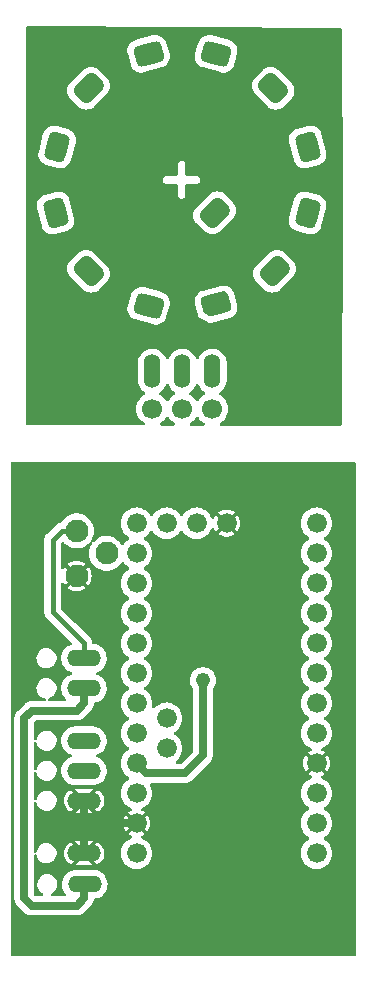
<source format=gbr>
%TF.GenerationSoftware,KiCad,Pcbnew,7.0.6*%
%TF.CreationDate,2024-06-03T16:03:27+02:00*%
%TF.ProjectId,ToneGenerator,546f6e65-4765-46e6-9572-61746f722e6b,rev?*%
%TF.SameCoordinates,PX791ddc0PY9157080*%
%TF.FileFunction,Copper,L2,Bot*%
%TF.FilePolarity,Positive*%
%FSLAX45Y45*%
G04 Gerber Fmt 4.5, Leading zero omitted, Abs format (unit mm)*
G04 Created by KiCad (PCBNEW 7.0.6) date 2024-06-03 16:03:27*
%MOMM*%
%LPD*%
G01*
G04 APERTURE LIST*
G04 Aperture macros list*
%AMRoundRect*
0 Rectangle with rounded corners*
0 $1 Rounding radius*
0 $2 $3 $4 $5 $6 $7 $8 $9 X,Y pos of 4 corners*
0 Add a 4 corners polygon primitive as box body*
4,1,4,$2,$3,$4,$5,$6,$7,$8,$9,$2,$3,0*
0 Add four circle primitives for the rounded corners*
1,1,$1+$1,$2,$3*
1,1,$1+$1,$4,$5*
1,1,$1+$1,$6,$7*
1,1,$1+$1,$8,$9*
0 Add four rect primitives between the rounded corners*
20,1,$1+$1,$2,$3,$4,$5,0*
20,1,$1+$1,$4,$5,$6,$7,0*
20,1,$1+$1,$6,$7,$8,$9,0*
20,1,$1+$1,$8,$9,$2,$3,0*%
%AMFreePoly0*
4,1,24,-1.200000,0.450000,-1.192155,0.533661,-1.147852,0.660271,-1.068198,0.768198,-0.960271,0.847852,-0.833660,0.892154,-0.750000,0.900000,0.750000,0.900001,1.199999,0.450000,1.200000,-0.450000,1.192155,-0.533661,1.147852,-0.660271,1.068198,-0.768198,0.960271,-0.847852,0.833660,-0.892154,0.750000,-0.900000,-0.750000,-0.900001,-0.833660,-0.892155,-0.960271,-0.847852,-1.068198,-0.768198,
-1.147852,-0.660271,-1.192155,-0.533660,-1.199999,-0.450000,-1.200000,0.450000,-1.200000,0.450000,$1*%
G04 Aperture macros list end*
%TA.AperFunction,ComponentPad*%
%ADD10O,2.844800X1.422400*%
%TD*%
%TA.AperFunction,ComponentPad*%
%ADD11C,1.930400*%
%TD*%
%TA.AperFunction,ComponentPad*%
%ADD12C,1.676400*%
%TD*%
%TA.AperFunction,ComponentPad*%
%ADD13FreePoly0,195.000000*%
%TD*%
%TA.AperFunction,ComponentPad*%
%ADD14RoundRect,0.450000X0.212132X0.848528X-0.848528X-0.212132X-0.212132X-0.848528X0.848528X0.212132X0*%
%TD*%
%TA.AperFunction,ComponentPad*%
%ADD15RoundRect,0.450000X-0.240552X0.840913X-0.628781X-0.607976X0.240552X-0.840913X0.628781X0.607976X0*%
%TD*%
%TA.AperFunction,ComponentPad*%
%ADD16RoundRect,0.450000X-0.628781X0.607976X-0.240552X-0.840913X0.628781X-0.607976X0.240552X0.840913X0*%
%TD*%
%TA.AperFunction,ComponentPad*%
%ADD17RoundRect,0.450000X-0.848528X0.212132X0.212132X-0.848528X0.848528X-0.212132X-0.212132X0.848528X0*%
%TD*%
%TA.AperFunction,ComponentPad*%
%ADD18RoundRect,0.450000X-0.840913X-0.240552X0.607976X-0.628781X0.840913X0.240552X-0.607976X0.628781X0*%
%TD*%
%TA.AperFunction,ComponentPad*%
%ADD19RoundRect,0.450000X-0.607976X-0.628781X0.840913X-0.240552X0.607976X0.628781X-0.840913X0.240552X0*%
%TD*%
%TA.AperFunction,ComponentPad*%
%ADD20RoundRect,0.450000X-0.212132X-0.848528X0.848528X0.212132X0.212132X0.848528X-0.848528X-0.212132X0*%
%TD*%
%TA.AperFunction,ComponentPad*%
%ADD21RoundRect,0.450000X0.240552X-0.840913X0.628781X0.607976X-0.240552X0.840913X-0.628781X-0.607976X0*%
%TD*%
%TA.AperFunction,ComponentPad*%
%ADD22RoundRect,0.450000X0.628781X-0.607976X0.240552X0.840913X-0.628781X0.607976X-0.240552X-0.840913X0*%
%TD*%
%TA.AperFunction,ComponentPad*%
%ADD23RoundRect,0.450000X0.848528X-0.212132X-0.212132X0.848528X-0.848528X0.212132X0.212132X-0.848528X0*%
%TD*%
%TA.AperFunction,ComponentPad*%
%ADD24RoundRect,0.450000X0.840913X0.240552X-0.607976X0.628781X-0.840913X-0.240552X0.607976X-0.628781X0*%
%TD*%
%TA.AperFunction,WasherPad*%
%ADD25C,1.700000*%
%TD*%
%TA.AperFunction,ComponentPad*%
%ADD26O,1.422400X2.844800*%
%TD*%
%TA.AperFunction,ViaPad*%
%ADD27C,1.400000*%
%TD*%
%TA.AperFunction,ViaPad*%
%ADD28C,1.270000*%
%TD*%
%TA.AperFunction,ViaPad*%
%ADD29C,1.219200*%
%TD*%
%TA.AperFunction,Conductor*%
%ADD30C,0.635000*%
%TD*%
%TA.AperFunction,Conductor*%
%ADD31C,0.400000*%
%TD*%
G04 APERTURE END LIST*
D10*
%TO.P,+9V0,1,KL*%
%TO.N,+9V*%
X654120Y639360D03*
%TD*%
D11*
%TO.P,Q1,D,D*%
%TO.N,Net-(HP2-KL)*%
X584200Y3632200D03*
%TO.P,Q1,G,G*%
%TO.N,Net-(Q2-G)*%
X838200Y3441700D03*
%TO.P,Q1,S,S*%
%TO.N,GND*%
X584200Y3251200D03*
%TD*%
D10*
%TO.P,HP2,1,KL*%
%TO.N,Net-(HP2-KL)*%
X647700Y2552700D03*
%TD*%
%TO.P,S-0,1,KL*%
%TO.N,GND*%
X647700Y901700D03*
%TD*%
%TO.P,S+0,1,KL*%
%TO.N,+5V*%
X647700Y1854200D03*
%TD*%
D12*
%TO.P,ARD1,A0,A0*%
%TO.N,unconnected-(ARD1-PadA0)*%
X1092200Y2679700D03*
%TO.P,ARD1,A1,A1*%
%TO.N,unconnected-(ARD1-PadA1)*%
X1092200Y2425700D03*
%TO.P,ARD1,A2,A2*%
%TO.N,unconnected-(ARD1-PadA2)*%
X1092200Y2171700D03*
%TO.P,ARD1,A3,A3*%
%TO.N,Net-(ARD1-PadA3)*%
X1092200Y1917700D03*
%TO.P,ARD1,A4,A4*%
%TO.N,unconnected-(ARD1-PadA4)*%
X1346200Y2044700D03*
%TO.P,ARD1,A5,A5*%
%TO.N,Net-(ARD1-PadA5)*%
X1346200Y1790700D03*
%TO.P,ARD1,A6,A6*%
%TO.N,unconnected-(ARD1-PadA6)*%
X1600200Y3695700D03*
%TO.P,ARD1,A7,A7*%
%TO.N,unconnected-(ARD1-PadA7)*%
X1346200Y3695700D03*
%TO.P,ARD1,D2,D2*%
%TO.N,unconnected-(ARD1-PadD2)*%
X2616200Y1917700D03*
%TO.P,ARD1,D3,D3*%
%TO.N,unconnected-(ARD1-PadD3)*%
X2616200Y2171700D03*
%TO.P,ARD1,D4,D4*%
%TO.N,unconnected-(ARD1-PadD4)*%
X2616200Y2425700D03*
%TO.P,ARD1,D5,D5*%
%TO.N,unconnected-(ARD1-PadD5)*%
X2616200Y2679700D03*
%TO.P,ARD1,D6,D6*%
%TO.N,unconnected-(ARD1-PadD6)*%
X2616200Y2933700D03*
%TO.P,ARD1,D7,D7*%
%TO.N,unconnected-(ARD1-PadD7)*%
X2616200Y3187700D03*
%TO.P,ARD1,D8,D8*%
%TO.N,unconnected-(ARD1-PadD8)*%
X2616200Y3441700D03*
%TO.P,ARD1,D9,D9*%
%TO.N,unconnected-(ARD1-PadD9)*%
X2616200Y3695700D03*
%TO.P,ARD1,D10,D10*%
%TO.N,Net-(ARD1-PadD10)*%
X1092200Y3695700D03*
%TO.P,ARD1,D11,D11*%
%TO.N,unconnected-(ARD1-PadD11)*%
X1092200Y3441700D03*
%TO.P,ARD1,D12,D12*%
%TO.N,unconnected-(ARD1-PadD12)*%
X1092200Y3187700D03*
%TO.P,ARD1,D13,D13*%
%TO.N,unconnected-(ARD1-PadD13)*%
X1092200Y2933700D03*
%TO.P,ARD1,GND,GND*%
%TO.N,GND*%
X2616200Y1663700D03*
%TO.P,ARD1,GND@1,GND@1*%
X1092200Y1155700D03*
%TO.P,ARD1,GND@4,GND@4*%
X1854200Y3695700D03*
%TO.P,ARD1,RAW,RAW*%
%TO.N,Net-(ARD1-PadRAW)*%
X1092200Y901700D03*
%TO.P,ARD1,RST,RST@1*%
%TO.N,unconnected-(ARD1A-RST@1-PadRST)*%
X1092200Y1409700D03*
%TO.P,ARD1,RST@1,RST@2*%
%TO.N,unconnected-(ARD1A-RST@2-PadRST@1)*%
X2616200Y1409700D03*
%TO.P,ARD1,RX1@1,RX@1*%
%TO.N,unconnected-(ARD1A-RX@1-PadRX1@1)*%
X2616200Y1155700D03*
%TO.P,ARD1,TX@1,TX@2*%
%TO.N,unconnected-(ARD1A-TX@2-PadTX@1)*%
X2616200Y901700D03*
%TO.P,ARD1,VCC,VCC@2*%
%TO.N,+5V*%
X1092200Y1663700D03*
%TD*%
D13*
%TO.P,J100,1,1*%
%TO.N,Net-(CN100-Pin_3)*%
X1765300Y5549900D03*
D14*
%TO.P,J100,2,2*%
%TO.N,Net-(J100-Pad2)*%
X2260600Y5829300D03*
D15*
%TO.P,J100,3,3*%
%TO.N,Net-(J100-Pad3)*%
X2540000Y6324600D03*
D16*
%TO.P,J100,4,4*%
%TO.N,Net-(J100-Pad4)*%
X2540000Y6883400D03*
D17*
%TO.P,J100,5,5*%
%TO.N,Net-(J100-Pad5)*%
X2247900Y7378700D03*
D18*
%TO.P,J100,6,6*%
%TO.N,Net-(J100-Pad6)*%
X1765300Y7670800D03*
D19*
%TO.P,J100,7,7*%
%TO.N,Net-(J100-Pad7)*%
X1193800Y7670800D03*
D20*
%TO.P,J100,8,8*%
%TO.N,Net-(J100-Pad8)*%
X685800Y7378700D03*
D21*
%TO.P,J100,9,9*%
%TO.N,Net-(J100-Pad9)*%
X419100Y6883400D03*
D22*
%TO.P,J100,10,10*%
%TO.N,Net-(J100-Pad10)*%
X406400Y6324600D03*
D23*
%TO.P,J100,11,11*%
%TO.N,Net-(J100-Pad11)*%
X685800Y5829300D03*
D24*
%TO.P,J100,12,12*%
%TO.N,Net-(CN100-Pin_1)*%
X1193800Y5537200D03*
D14*
%TO.P,J100,A,A*%
%TO.N,Net-(J100-PadA)*%
X1752600Y6324600D03*
%TD*%
D10*
%TO.P,SIN0,1,KL*%
%TO.N,Net-(SIN0-KL)*%
X647700Y1600200D03*
%TD*%
%TO.P,GND0,1,KL*%
%TO.N,GND*%
X647700Y1346200D03*
%TD*%
%TO.P,HP1,1,KL*%
%TO.N,+9V*%
X647700Y2298700D03*
%TD*%
D25*
%TO.P,CN100,*%
%TO.N,*%
X1226090Y4663839D03*
X1480089Y4663839D03*
X1732592Y4663839D03*
D26*
%TO.P,CN100,1,Pin_1*%
%TO.N,Net-(CN100-Pin_1)*%
X1226090Y4981339D03*
%TO.P,CN100,2,Pin_2*%
%TO.N,Net-(CN100-Pin_2)*%
X1480089Y4981339D03*
%TO.P,CN100,3,Pin_3*%
%TO.N,Net-(CN100-Pin_3)*%
X1732592Y4981339D03*
%TD*%
D27*
%TO.N,GND*%
X1412240Y3280960D03*
D28*
X2365290Y2518960D03*
D29*
%TO.N,+5V*%
X1654090Y2366560D03*
%TD*%
D30*
%TO.N,+9V*%
X203200Y2108200D02*
X330200Y2108200D01*
X647700Y2171700D02*
X647700Y2298700D01*
X203200Y457200D02*
X584200Y457200D01*
X203200Y2108200D02*
X139700Y2044700D01*
X330200Y2108200D02*
X584200Y2108200D01*
X584200Y457200D02*
X647700Y520700D01*
X139700Y520700D02*
X203200Y457200D01*
X647700Y520700D02*
X647700Y647700D01*
X139700Y2044700D02*
X139700Y520700D01*
X584200Y2108200D02*
X647700Y2171700D01*
%TO.N,GND*%
X647700Y1168400D02*
X647700Y1203382D01*
X726284Y1155700D02*
X660400Y1155700D01*
X647700Y1113405D02*
X647700Y1168400D01*
X689995Y1155700D02*
X647700Y1113405D01*
X647700Y901700D02*
X647700Y1113405D01*
X647700Y1203382D02*
X647700Y1346200D01*
X726284Y1155700D02*
X689995Y1155700D01*
X695382Y1155700D02*
X647700Y1203382D01*
X1092200Y1155700D02*
X726284Y1155700D01*
X660400Y1155700D02*
X647700Y1168400D01*
X726284Y1155700D02*
X695382Y1155700D01*
%TO.N,+5V*%
X1092200Y1663700D02*
X1176020Y1579880D01*
X1654090Y1730290D02*
X1654090Y2366560D01*
X1176020Y1579880D02*
X1503680Y1579880D01*
X1503680Y1579880D02*
X1654090Y1730290D01*
D31*
%TO.N,Net-(HP2-KL)*%
X381000Y2946400D02*
X647700Y2679700D01*
X647700Y2679700D02*
X647700Y2552700D01*
X457200Y3632200D02*
X381000Y3556000D01*
X584200Y3632200D02*
X457200Y3632200D01*
X381000Y3556000D02*
X381000Y2946400D01*
%TD*%
%TA.AperFunction,NonConductor*%
G36*
X1612139Y4873978D02*
G01*
X1617149Y4868948D01*
X1617874Y4867360D01*
X1617938Y4867189D01*
X1627464Y4847408D01*
X1627464Y4847407D01*
X1640369Y4829645D01*
X1640369Y4829645D01*
X1656238Y4814473D01*
X1669892Y4805460D01*
X1674475Y4800038D01*
X1675400Y4792999D01*
X1672371Y4786577D01*
X1668948Y4783863D01*
X1658035Y4777958D01*
X1658035Y4777957D01*
X1640269Y4764129D01*
X1625020Y4747566D01*
X1616889Y4735120D01*
X1611489Y4730511D01*
X1604454Y4729554D01*
X1598018Y4732551D01*
X1595793Y4735120D01*
X1587661Y4747566D01*
X1572413Y4764129D01*
X1564228Y4770500D01*
X1554647Y4777957D01*
X1543796Y4783830D01*
X1538757Y4788831D01*
X1537222Y4795762D01*
X1539678Y4802424D01*
X1543822Y4806006D01*
X1547554Y4808014D01*
X1564719Y4821703D01*
X1579164Y4838237D01*
X1590425Y4857084D01*
X1594281Y4867359D01*
X1598547Y4873034D01*
X1605204Y4875501D01*
X1612139Y4873978D01*
G37*
%TD.AperFunction*%
%TA.AperFunction,NonConductor*%
G36*
X1358981Y4876222D02*
G01*
X1363991Y4871191D01*
X1365066Y4868528D01*
X1365435Y4867188D01*
X1374961Y4847408D01*
X1374962Y4847407D01*
X1387866Y4829645D01*
X1387866Y4829645D01*
X1403735Y4814473D01*
X1417389Y4805460D01*
X1421972Y4800038D01*
X1422897Y4792999D01*
X1419868Y4786577D01*
X1416445Y4783863D01*
X1405532Y4777958D01*
X1405532Y4777957D01*
X1387766Y4764129D01*
X1372517Y4747566D01*
X1363638Y4733974D01*
X1358237Y4729365D01*
X1351203Y4728408D01*
X1344767Y4731406D01*
X1342541Y4733974D01*
X1333662Y4747566D01*
X1318413Y4764129D01*
X1310228Y4770500D01*
X1300647Y4777957D01*
X1289796Y4783830D01*
X1284757Y4788831D01*
X1283222Y4795762D01*
X1285678Y4802424D01*
X1289822Y4806006D01*
X1293554Y4808014D01*
X1310719Y4821703D01*
X1325164Y4838237D01*
X1336425Y4857084D01*
X1341123Y4869603D01*
X1345390Y4875278D01*
X1352047Y4877745D01*
X1358981Y4876222D01*
G37*
%TD.AperFunction*%
%TA.AperFunction,NonConductor*%
G36*
X1361412Y4596272D02*
G01*
X1363638Y4593703D01*
X1366950Y4588633D01*
X1372517Y4580112D01*
X1372517Y4580112D01*
X1387766Y4563548D01*
X1393223Y4559300D01*
X1405532Y4549720D01*
X1410202Y4547193D01*
X1415241Y4542191D01*
X1416776Y4535260D01*
X1414320Y4528598D01*
X1408652Y4524322D01*
X1404183Y4523511D01*
X1302270Y4523683D01*
X1295461Y4525694D01*
X1290821Y4531068D01*
X1289822Y4538097D01*
X1292782Y4544550D01*
X1296294Y4547364D01*
X1300647Y4549720D01*
X1318414Y4563548D01*
X1333662Y4580112D01*
X1342541Y4593703D01*
X1347942Y4598312D01*
X1354976Y4599269D01*
X1361412Y4596272D01*
G37*
%TD.AperFunction*%
%TA.AperFunction,NonConductor*%
G36*
X1614664Y4595126D02*
G01*
X1616889Y4592557D01*
X1625020Y4580112D01*
X1625020Y4580112D01*
X1640269Y4563548D01*
X1645726Y4559300D01*
X1658035Y4549720D01*
X1663491Y4546767D01*
X1668530Y4541766D01*
X1670065Y4534834D01*
X1667609Y4528173D01*
X1661942Y4523897D01*
X1657473Y4523086D01*
X1555483Y4523257D01*
X1548674Y4525269D01*
X1544034Y4530642D01*
X1543036Y4537671D01*
X1545996Y4544124D01*
X1549507Y4546938D01*
X1554647Y4549720D01*
X1572413Y4563548D01*
X1587662Y4580112D01*
X1595793Y4592557D01*
X1601193Y4597166D01*
X1608228Y4598124D01*
X1614664Y4595126D01*
G37*
%TD.AperFunction*%
%TA.AperFunction,NonConductor*%
G36*
X2822719Y7885698D02*
G01*
X2829514Y7883640D01*
X2834119Y7878236D01*
X2835214Y7873148D01*
X2841085Y6405225D01*
X2827717Y4533650D01*
X2825668Y4526852D01*
X2820270Y4522241D01*
X2815096Y4521140D01*
X1807204Y4522834D01*
X1800396Y4524846D01*
X1795756Y4530219D01*
X1794757Y4537248D01*
X1797717Y4543701D01*
X1801228Y4546515D01*
X1807150Y4549720D01*
X1824916Y4563548D01*
X1840165Y4580112D01*
X1852478Y4598959D01*
X1861522Y4619577D01*
X1867049Y4641402D01*
X1868908Y4663839D01*
X1867049Y4686275D01*
X1861522Y4708100D01*
X1852478Y4728718D01*
X1851806Y4729746D01*
X1840165Y4747565D01*
X1840164Y4747566D01*
X1824916Y4764129D01*
X1816731Y4770500D01*
X1807150Y4777957D01*
X1796299Y4783830D01*
X1791260Y4788831D01*
X1789725Y4795762D01*
X1792181Y4802424D01*
X1796325Y4806006D01*
X1800057Y4808014D01*
X1817222Y4821703D01*
X1831667Y4838237D01*
X1842928Y4857084D01*
X1850642Y4877639D01*
X1852586Y4888352D01*
X1854562Y4899241D01*
X1854562Y5057936D01*
X1854562Y5057936D01*
X1853087Y5074325D01*
X1853087Y5074325D01*
X1847247Y5095489D01*
X1837721Y5115269D01*
X1837720Y5115270D01*
X1824816Y5133032D01*
X1824816Y5133032D01*
X1808947Y5148204D01*
X1790624Y5160299D01*
X1790624Y5160299D01*
X1779470Y5165066D01*
X1770435Y5168928D01*
X1753916Y5172698D01*
X1749031Y5173813D01*
X1743548Y5174060D01*
X1727098Y5174798D01*
X1727098Y5174798D01*
X1727098Y5174798D01*
X1719827Y5173813D01*
X1705341Y5171851D01*
X1684461Y5165067D01*
X1684461Y5165066D01*
X1665128Y5154663D01*
X1665128Y5154663D01*
X1647963Y5140974D01*
X1633518Y5124441D01*
X1622257Y5105594D01*
X1622257Y5105593D01*
X1618401Y5095318D01*
X1614134Y5089643D01*
X1607477Y5087176D01*
X1600543Y5088699D01*
X1595533Y5093730D01*
X1594808Y5095318D01*
X1594744Y5095488D01*
X1594744Y5095489D01*
X1585218Y5115270D01*
X1572313Y5133032D01*
X1556444Y5148204D01*
X1556444Y5148204D01*
X1538121Y5160299D01*
X1538121Y5160299D01*
X1526967Y5165066D01*
X1517932Y5168928D01*
X1501413Y5172698D01*
X1496528Y5173813D01*
X1491045Y5174060D01*
X1474595Y5174798D01*
X1474595Y5174798D01*
X1474595Y5174798D01*
X1467324Y5173813D01*
X1452838Y5171851D01*
X1431958Y5165067D01*
X1431958Y5165066D01*
X1412625Y5154663D01*
X1412625Y5154663D01*
X1395460Y5140974D01*
X1381015Y5124441D01*
X1369754Y5105594D01*
X1369754Y5105593D01*
X1365056Y5093074D01*
X1360789Y5087400D01*
X1354132Y5084932D01*
X1347198Y5086455D01*
X1342188Y5091486D01*
X1341113Y5094150D01*
X1340791Y5095318D01*
X1340744Y5095489D01*
X1331218Y5115270D01*
X1318313Y5133032D01*
X1302444Y5148204D01*
X1302444Y5148204D01*
X1284121Y5160299D01*
X1284121Y5160299D01*
X1272967Y5165066D01*
X1263933Y5168928D01*
X1247413Y5172698D01*
X1242528Y5173813D01*
X1237045Y5174060D01*
X1220596Y5174798D01*
X1220595Y5174798D01*
X1220595Y5174798D01*
X1213324Y5173813D01*
X1198839Y5171851D01*
X1177958Y5165067D01*
X1177958Y5165066D01*
X1158626Y5154663D01*
X1158625Y5154663D01*
X1141460Y5140974D01*
X1127015Y5124441D01*
X1115754Y5105594D01*
X1115754Y5105594D01*
X1108040Y5085038D01*
X1104120Y5063436D01*
X1104120Y4904741D01*
X1105594Y4888352D01*
X1111435Y4867188D01*
X1120961Y4847408D01*
X1120962Y4847407D01*
X1133866Y4829645D01*
X1133866Y4829645D01*
X1149735Y4814473D01*
X1163389Y4805460D01*
X1167972Y4800038D01*
X1168897Y4792999D01*
X1165869Y4786577D01*
X1162445Y4783863D01*
X1151532Y4777958D01*
X1151532Y4777957D01*
X1133766Y4764129D01*
X1118517Y4747566D01*
X1118517Y4747565D01*
X1106204Y4728718D01*
X1097160Y4708100D01*
X1097160Y4708100D01*
X1091633Y4686276D01*
X1089774Y4663839D01*
X1091633Y4641401D01*
X1097160Y4619577D01*
X1097160Y4619577D01*
X1106204Y4598959D01*
X1118517Y4580112D01*
X1118517Y4580112D01*
X1133766Y4563548D01*
X1139223Y4559300D01*
X1151532Y4549720D01*
X1155410Y4547621D01*
X1160449Y4542620D01*
X1161985Y4535688D01*
X1159528Y4529027D01*
X1153861Y4524751D01*
X1149392Y4523939D01*
X171057Y4525584D01*
X164248Y4527595D01*
X159608Y4532969D01*
X158478Y4538184D01*
X158478Y5521271D01*
X1013708Y5521271D01*
X1014037Y5501780D01*
X1014037Y5501780D01*
X1018283Y5482754D01*
X1018283Y5482754D01*
X1026272Y5464973D01*
X1026272Y5464973D01*
X1037677Y5449163D01*
X1049126Y5438642D01*
X1052031Y5435973D01*
X1068746Y5425942D01*
X1068747Y5425942D01*
X1077240Y5422837D01*
X1079531Y5422000D01*
X1079531Y5422000D01*
X1079532Y5421999D01*
X1079532Y5421999D01*
X1235159Y5380299D01*
X1235160Y5380299D01*
X1246471Y5378321D01*
X1265962Y5378650D01*
X1284988Y5382896D01*
X1302770Y5390885D01*
X1318579Y5402290D01*
X1331769Y5416644D01*
X1341800Y5433360D01*
X1345743Y5444144D01*
X1345743Y5444144D01*
X1371914Y5541817D01*
X1372520Y5545283D01*
X1373892Y5553129D01*
X1373678Y5565829D01*
X1585208Y5565829D01*
X1585208Y5565828D01*
X1587186Y5554517D01*
X1612996Y5458193D01*
X1616243Y5450220D01*
X1616243Y5450220D01*
X1625127Y5438642D01*
X1625144Y5438619D01*
X1630316Y5434700D01*
X1632005Y5433419D01*
X1632007Y5433419D01*
X1661061Y5416644D01*
X1694330Y5397436D01*
X1702263Y5394095D01*
X1708062Y5393331D01*
X1716760Y5392186D01*
X1716760Y5392186D01*
X1716761Y5392186D01*
X1725289Y5393361D01*
X1846887Y5425942D01*
X1879568Y5434699D01*
X1879568Y5434699D01*
X1879569Y5434700D01*
X1879569Y5434700D01*
X1883052Y5435973D01*
X1890353Y5438642D01*
X1890354Y5438642D01*
X1897043Y5442656D01*
X1907069Y5448673D01*
X1921423Y5461863D01*
X1932828Y5477673D01*
X1940817Y5495454D01*
X1945063Y5514480D01*
X1945392Y5533972D01*
X1943414Y5545282D01*
X1943414Y5545283D01*
X1917243Y5642956D01*
X1913300Y5653740D01*
X1913300Y5653740D01*
X1913300Y5653740D01*
X1903269Y5670456D01*
X1890079Y5684810D01*
X1874270Y5696215D01*
X1874270Y5696215D01*
X1856488Y5704204D01*
X1856488Y5704204D01*
X1837462Y5708450D01*
X1817971Y5708779D01*
X1817971Y5708779D01*
X1817971Y5708779D01*
X1817970Y5708779D01*
X1817970Y5708779D01*
X1806659Y5706801D01*
X1651032Y5665101D01*
X1651032Y5665101D01*
X1651031Y5665100D01*
X1651031Y5665100D01*
X1649709Y5664617D01*
X1640247Y5661158D01*
X1640246Y5661158D01*
X1623531Y5651127D01*
X1609177Y5637937D01*
X1609177Y5637937D01*
X1597772Y5622128D01*
X1597772Y5622127D01*
X1589783Y5604346D01*
X1589783Y5604346D01*
X1585537Y5585320D01*
X1585537Y5585320D01*
X1585208Y5565829D01*
X1373678Y5565829D01*
X1373563Y5572620D01*
X1369317Y5591646D01*
X1361328Y5609427D01*
X1349923Y5625237D01*
X1335569Y5638427D01*
X1335569Y5638427D01*
X1318854Y5648458D01*
X1318853Y5648458D01*
X1309633Y5651829D01*
X1308069Y5652400D01*
X1308069Y5652400D01*
X1308068Y5652401D01*
X1308068Y5652401D01*
X1152441Y5694101D01*
X1141130Y5696079D01*
X1141130Y5696079D01*
X1141129Y5696079D01*
X1141129Y5696079D01*
X1121638Y5695750D01*
X1121638Y5695750D01*
X1102612Y5691504D01*
X1102612Y5691504D01*
X1084830Y5683515D01*
X1084830Y5683515D01*
X1069021Y5672110D01*
X1069020Y5672109D01*
X1055831Y5657756D01*
X1045800Y5641041D01*
X1045799Y5641040D01*
X1041857Y5630256D01*
X1015686Y5532583D01*
X1013708Y5521272D01*
X1013708Y5521271D01*
X158478Y5521271D01*
X158478Y5850513D01*
X504603Y5850513D01*
X506575Y5831119D01*
X512411Y5812519D01*
X512411Y5812519D01*
X521871Y5795475D01*
X529240Y5786668D01*
X643168Y5672740D01*
X651975Y5665371D01*
X669019Y5655911D01*
X687619Y5650075D01*
X707013Y5648103D01*
X726407Y5650075D01*
X745007Y5655911D01*
X762052Y5665371D01*
X770858Y5672740D01*
X842360Y5744242D01*
X849729Y5753048D01*
X859189Y5770093D01*
X865025Y5788693D01*
X866997Y5808087D01*
X2079403Y5808087D01*
X2081375Y5788693D01*
X2087211Y5770093D01*
X2087211Y5770093D01*
X2096671Y5753048D01*
X2104040Y5744242D01*
X2175542Y5672740D01*
X2184348Y5665371D01*
X2201393Y5655911D01*
X2219993Y5650075D01*
X2239387Y5648103D01*
X2258781Y5650075D01*
X2277381Y5655911D01*
X2294425Y5665371D01*
X2303232Y5672740D01*
X2417160Y5786668D01*
X2424529Y5795475D01*
X2433989Y5812519D01*
X2439825Y5831119D01*
X2441797Y5850513D01*
X2439825Y5869907D01*
X2433989Y5888507D01*
X2424529Y5905552D01*
X2417160Y5914358D01*
X2345658Y5985860D01*
X2336852Y5993229D01*
X2336852Y5993229D01*
X2319807Y6002689D01*
X2301207Y6008525D01*
X2288278Y6009840D01*
X2281813Y6010497D01*
X2281813Y6010497D01*
X2262419Y6008525D01*
X2243819Y6002689D01*
X2226775Y5993229D01*
X2221448Y5988771D01*
X2217968Y5985860D01*
X2104040Y5871932D01*
X2101129Y5868452D01*
X2096671Y5863125D01*
X2087211Y5846081D01*
X2081375Y5827481D01*
X2079403Y5808087D01*
X866997Y5808087D01*
X865025Y5827481D01*
X859189Y5846081D01*
X849729Y5863125D01*
X842360Y5871932D01*
X728432Y5985860D01*
X719625Y5993229D01*
X719625Y5993229D01*
X702580Y6002689D01*
X683981Y6008525D01*
X671051Y6009840D01*
X664587Y6010497D01*
X664587Y6010497D01*
X645193Y6008525D01*
X626593Y6002689D01*
X609548Y5993229D01*
X604221Y5988771D01*
X600742Y5985860D01*
X529240Y5914358D01*
X526329Y5910879D01*
X521871Y5905552D01*
X512411Y5888507D01*
X506575Y5869907D01*
X504603Y5850513D01*
X158478Y5850513D01*
X158478Y6377271D01*
X247521Y6377271D01*
X247521Y6377270D01*
X249499Y6365959D01*
X291199Y6210332D01*
X291199Y6210332D01*
X295142Y6199547D01*
X295142Y6199546D01*
X302893Y6186631D01*
X305173Y6182831D01*
X318363Y6168477D01*
X334173Y6157072D01*
X345070Y6152176D01*
X351954Y6149083D01*
X351954Y6149083D01*
X370980Y6144837D01*
X390471Y6144508D01*
X401782Y6146486D01*
X401782Y6146486D01*
X401783Y6146486D01*
X499456Y6172657D01*
X499456Y6172657D01*
X510240Y6176600D01*
X526956Y6186631D01*
X541310Y6199821D01*
X552715Y6215630D01*
X560704Y6233412D01*
X564950Y6252438D01*
X565279Y6271929D01*
X563301Y6283240D01*
X563301Y6283241D01*
X557903Y6303387D01*
X1571403Y6303387D01*
X1573375Y6283993D01*
X1579211Y6265393D01*
X1586401Y6252438D01*
X1588671Y6248348D01*
X1596040Y6239542D01*
X1667542Y6168040D01*
X1676348Y6160671D01*
X1693393Y6151211D01*
X1711993Y6145375D01*
X1731387Y6143403D01*
X1750781Y6145375D01*
X1769381Y6151211D01*
X1786425Y6160671D01*
X1795232Y6168040D01*
X1899121Y6271929D01*
X2381121Y6271929D01*
X2381450Y6252438D01*
X2381450Y6252438D01*
X2385696Y6233412D01*
X2385696Y6233412D01*
X2393685Y6215630D01*
X2393685Y6215630D01*
X2405090Y6199821D01*
X2419444Y6186631D01*
X2436160Y6176600D01*
X2436160Y6176600D01*
X2436160Y6176599D01*
X2446944Y6172657D01*
X2544617Y6146486D01*
X2544618Y6146486D01*
X2555929Y6144508D01*
X2575420Y6144837D01*
X2594446Y6149083D01*
X2612227Y6157072D01*
X2628037Y6168477D01*
X2641227Y6182831D01*
X2651258Y6199546D01*
X2651258Y6199546D01*
X2651258Y6199547D01*
X2655201Y6210332D01*
X2655201Y6210332D01*
X2696901Y6365959D01*
X2697124Y6367232D01*
X2698879Y6377271D01*
X2698550Y6396762D01*
X2694304Y6415788D01*
X2686315Y6433570D01*
X2674910Y6449379D01*
X2660556Y6462569D01*
X2643841Y6472600D01*
X2643840Y6472600D01*
X2643840Y6472601D01*
X2633056Y6476543D01*
X2535383Y6502714D01*
X2524072Y6504692D01*
X2524072Y6504692D01*
X2524072Y6504692D01*
X2524071Y6504692D01*
X2504580Y6504363D01*
X2504580Y6504363D01*
X2485554Y6500117D01*
X2485554Y6500117D01*
X2467773Y6492128D01*
X2467772Y6492128D01*
X2451963Y6480723D01*
X2451963Y6480723D01*
X2438773Y6466369D01*
X2428742Y6449654D01*
X2428742Y6449653D01*
X2424799Y6438868D01*
X2424799Y6438868D01*
X2383099Y6283241D01*
X2381121Y6271930D01*
X2381121Y6271929D01*
X1899121Y6271929D01*
X1909160Y6281968D01*
X1916529Y6290775D01*
X1925989Y6307819D01*
X1931825Y6326419D01*
X1933797Y6345813D01*
X1931825Y6365207D01*
X1925989Y6383807D01*
X1916529Y6400852D01*
X1909160Y6409658D01*
X1837658Y6481160D01*
X1828852Y6488529D01*
X1828851Y6488529D01*
X1811807Y6497989D01*
X1793207Y6503825D01*
X1780278Y6505140D01*
X1773813Y6505797D01*
X1773813Y6505797D01*
X1754419Y6503825D01*
X1735819Y6497989D01*
X1718775Y6488529D01*
X1713448Y6484071D01*
X1709968Y6481160D01*
X1596040Y6367232D01*
X1593128Y6363752D01*
X1588671Y6358425D01*
X1579211Y6341381D01*
X1573375Y6322781D01*
X1571403Y6303387D01*
X557903Y6303387D01*
X521601Y6438868D01*
X521601Y6438868D01*
X517658Y6449653D01*
X517658Y6449654D01*
X507627Y6466369D01*
X501901Y6472601D01*
X494437Y6480723D01*
X478627Y6492128D01*
X478627Y6492128D01*
X460846Y6500117D01*
X460846Y6500117D01*
X441820Y6504363D01*
X422329Y6504692D01*
X422329Y6504692D01*
X422328Y6504692D01*
X422328Y6504692D01*
X422328Y6504692D01*
X411017Y6502714D01*
X313344Y6476543D01*
X302560Y6472601D01*
X302559Y6472600D01*
X285844Y6462569D01*
X271491Y6449380D01*
X271490Y6449379D01*
X260085Y6433570D01*
X260085Y6433570D01*
X252096Y6415788D01*
X252096Y6415788D01*
X247850Y6396762D01*
X247850Y6396762D01*
X247521Y6377271D01*
X158478Y6377271D01*
X158478Y6598261D01*
X1313650Y6598261D01*
X1317576Y6587474D01*
X1324955Y6578681D01*
X1334896Y6572941D01*
X1343353Y6571450D01*
X1428050Y6571450D01*
X1434862Y6569450D01*
X1439511Y6564084D01*
X1440650Y6558850D01*
X1440650Y6474153D01*
X1442141Y6465696D01*
X1442141Y6465695D01*
X1447880Y6455755D01*
X1447880Y6455755D01*
X1447881Y6455754D01*
X1456674Y6448376D01*
X1460269Y6447067D01*
X1467460Y6444450D01*
X1467461Y6444450D01*
X1478940Y6444450D01*
X1484333Y6446413D01*
X1489726Y6448376D01*
X1498519Y6455754D01*
X1504259Y6465695D01*
X1505750Y6474152D01*
X1505750Y6558850D01*
X1507750Y6565662D01*
X1513116Y6570311D01*
X1518350Y6571450D01*
X1603047Y6571450D01*
X1603047Y6571450D01*
X1611504Y6572941D01*
X1621445Y6578681D01*
X1628824Y6587474D01*
X1632750Y6598261D01*
X1632750Y6609739D01*
X1632750Y6609740D01*
X1628824Y6620526D01*
X1628824Y6620526D01*
X1621445Y6629319D01*
X1611504Y6635059D01*
X1604858Y6636231D01*
X1603047Y6636550D01*
X1603047Y6636550D01*
X1518350Y6636550D01*
X1511538Y6638550D01*
X1506889Y6643916D01*
X1505750Y6649150D01*
X1505750Y6733847D01*
X1504259Y6742304D01*
X1504259Y6742305D01*
X1498520Y6752245D01*
X1498519Y6752246D01*
X1495690Y6754620D01*
X1489726Y6759624D01*
X1489726Y6759624D01*
X1478940Y6763550D01*
X1478939Y6763550D01*
X1467461Y6763550D01*
X1467460Y6763550D01*
X1456674Y6759624D01*
X1456674Y6759624D01*
X1447880Y6752245D01*
X1442141Y6742304D01*
X1440650Y6733847D01*
X1440650Y6649150D01*
X1438650Y6642338D01*
X1433284Y6637689D01*
X1428050Y6636550D01*
X1343353Y6636550D01*
X1342085Y6636326D01*
X1334896Y6635059D01*
X1334895Y6635059D01*
X1324955Y6629320D01*
X1324954Y6629319D01*
X1317576Y6620526D01*
X1313650Y6609740D01*
X1313650Y6609739D01*
X1313650Y6609739D01*
X1313650Y6598261D01*
X158478Y6598261D01*
X158478Y6830729D01*
X260221Y6830729D01*
X260550Y6811238D01*
X260550Y6811238D01*
X264796Y6792212D01*
X264796Y6792212D01*
X272785Y6774430D01*
X272785Y6774430D01*
X284190Y6758621D01*
X298544Y6745431D01*
X315260Y6735400D01*
X315260Y6735400D01*
X315260Y6735399D01*
X326044Y6731457D01*
X423717Y6705286D01*
X423718Y6705286D01*
X435028Y6703308D01*
X454520Y6703637D01*
X473546Y6707883D01*
X491327Y6715872D01*
X507137Y6727277D01*
X520327Y6741631D01*
X526344Y6751657D01*
X530358Y6758346D01*
X530358Y6758347D01*
X534301Y6769132D01*
X534301Y6769132D01*
X576001Y6924759D01*
X576119Y6925434D01*
X577979Y6936071D01*
X577979Y6936071D01*
X2381121Y6936071D01*
X2381121Y6936070D01*
X2383099Y6924759D01*
X2424799Y6769132D01*
X2424799Y6769132D01*
X2428742Y6758347D01*
X2428742Y6758346D01*
X2438369Y6742304D01*
X2438773Y6741631D01*
X2451963Y6727277D01*
X2467773Y6715872D01*
X2478670Y6710976D01*
X2485554Y6707883D01*
X2485554Y6707883D01*
X2504580Y6703637D01*
X2524072Y6703308D01*
X2535382Y6705286D01*
X2535382Y6705286D01*
X2535383Y6705286D01*
X2633056Y6731457D01*
X2633056Y6731457D01*
X2643841Y6735400D01*
X2660556Y6745431D01*
X2674910Y6758621D01*
X2686315Y6774430D01*
X2694304Y6792212D01*
X2698550Y6811238D01*
X2698879Y6830729D01*
X2696901Y6842040D01*
X2696901Y6842041D01*
X2655201Y6997668D01*
X2655201Y6997668D01*
X2651258Y7008453D01*
X2651258Y7008454D01*
X2641227Y7025169D01*
X2635501Y7031401D01*
X2628037Y7039523D01*
X2612227Y7050928D01*
X2612227Y7050928D01*
X2594446Y7058917D01*
X2594446Y7058917D01*
X2575420Y7063163D01*
X2555929Y7063492D01*
X2555929Y7063492D01*
X2555929Y7063492D01*
X2555928Y7063492D01*
X2555928Y7063492D01*
X2544617Y7061514D01*
X2446944Y7035343D01*
X2436160Y7031401D01*
X2436159Y7031400D01*
X2419444Y7021369D01*
X2405091Y7008180D01*
X2405090Y7008179D01*
X2393685Y6992370D01*
X2393685Y6992370D01*
X2385696Y6974588D01*
X2385696Y6974588D01*
X2381450Y6955562D01*
X2381450Y6955562D01*
X2381121Y6936071D01*
X577979Y6936071D01*
X577650Y6955562D01*
X573404Y6974588D01*
X565415Y6992370D01*
X554010Y7008179D01*
X539656Y7021369D01*
X522940Y7031400D01*
X522940Y7031400D01*
X522940Y7031401D01*
X512156Y7035343D01*
X414483Y7061514D01*
X403172Y7063492D01*
X403172Y7063492D01*
X403171Y7063492D01*
X403171Y7063492D01*
X383680Y7063163D01*
X383680Y7063163D01*
X364654Y7058917D01*
X364654Y7058917D01*
X346873Y7050928D01*
X346872Y7050928D01*
X331063Y7039523D01*
X331063Y7039523D01*
X317873Y7025169D01*
X307842Y7008454D01*
X307842Y7008453D01*
X303899Y6997668D01*
X303899Y6997668D01*
X262199Y6842041D01*
X260221Y6830730D01*
X260221Y6830729D01*
X158478Y6830729D01*
X158478Y7357487D01*
X504603Y7357487D01*
X506575Y7338093D01*
X512411Y7319493D01*
X512411Y7319493D01*
X521871Y7302448D01*
X529240Y7293642D01*
X600742Y7222140D01*
X609548Y7214771D01*
X626593Y7205311D01*
X645193Y7199475D01*
X664587Y7197503D01*
X683981Y7199475D01*
X702581Y7205311D01*
X719625Y7214771D01*
X728432Y7222140D01*
X842360Y7336068D01*
X849729Y7344875D01*
X859189Y7361919D01*
X865025Y7380519D01*
X866997Y7399913D01*
X866997Y7399913D01*
X2066703Y7399913D01*
X2068675Y7380519D01*
X2074511Y7361919D01*
X2074511Y7361919D01*
X2083971Y7344875D01*
X2091340Y7336068D01*
X2205268Y7222140D01*
X2214075Y7214771D01*
X2231119Y7205311D01*
X2249719Y7199475D01*
X2269113Y7197503D01*
X2288507Y7199475D01*
X2307107Y7205311D01*
X2324152Y7214771D01*
X2332958Y7222140D01*
X2404460Y7293642D01*
X2411829Y7302448D01*
X2421289Y7319493D01*
X2427125Y7338093D01*
X2429097Y7357487D01*
X2427125Y7376881D01*
X2421289Y7395481D01*
X2411829Y7412525D01*
X2404460Y7421332D01*
X2290532Y7535260D01*
X2281725Y7542629D01*
X2281725Y7542629D01*
X2264681Y7552089D01*
X2246081Y7557925D01*
X2226687Y7559897D01*
X2207293Y7557925D01*
X2188693Y7552089D01*
X2171648Y7542629D01*
X2166321Y7538171D01*
X2162842Y7535260D01*
X2091340Y7463758D01*
X2088428Y7460279D01*
X2083971Y7454952D01*
X2074511Y7437907D01*
X2068675Y7419307D01*
X2066703Y7399913D01*
X866997Y7399913D01*
X865025Y7419307D01*
X859189Y7437907D01*
X849729Y7454952D01*
X842360Y7463758D01*
X770858Y7535260D01*
X762052Y7542629D01*
X762051Y7542629D01*
X745007Y7552089D01*
X726407Y7557925D01*
X707013Y7559897D01*
X687619Y7557925D01*
X669019Y7552089D01*
X651975Y7542629D01*
X646648Y7538171D01*
X643168Y7535260D01*
X529240Y7421332D01*
X526329Y7417852D01*
X521871Y7412525D01*
X512411Y7395481D01*
X506575Y7376881D01*
X504603Y7357487D01*
X158478Y7357487D01*
X158478Y7686729D01*
X1013708Y7686729D01*
X1013708Y7686728D01*
X1015686Y7675417D01*
X1041857Y7577744D01*
X1045799Y7566960D01*
X1045800Y7566960D01*
X1045800Y7566959D01*
X1055831Y7550244D01*
X1069021Y7535890D01*
X1084830Y7524485D01*
X1095728Y7519589D01*
X1102612Y7516496D01*
X1102612Y7516496D01*
X1121638Y7512250D01*
X1141129Y7511921D01*
X1152440Y7513899D01*
X1152440Y7513899D01*
X1152441Y7513899D01*
X1308068Y7555599D01*
X1308068Y7555599D01*
X1308069Y7555600D01*
X1308069Y7555600D01*
X1311198Y7556743D01*
X1318853Y7559542D01*
X1318854Y7559542D01*
X1325543Y7563556D01*
X1335569Y7569573D01*
X1349923Y7582763D01*
X1361328Y7598573D01*
X1369317Y7616354D01*
X1373563Y7635380D01*
X1373892Y7654871D01*
X1585208Y7654871D01*
X1585537Y7635380D01*
X1585537Y7635380D01*
X1589783Y7616354D01*
X1589783Y7616354D01*
X1597772Y7598573D01*
X1597772Y7598573D01*
X1609177Y7582763D01*
X1623531Y7569573D01*
X1640246Y7559542D01*
X1640247Y7559542D01*
X1648740Y7556437D01*
X1651031Y7555600D01*
X1651031Y7555600D01*
X1651032Y7555599D01*
X1651032Y7555599D01*
X1806659Y7513899D01*
X1806660Y7513899D01*
X1817971Y7511921D01*
X1837462Y7512250D01*
X1856488Y7516496D01*
X1874270Y7524485D01*
X1890079Y7535890D01*
X1903269Y7550244D01*
X1913300Y7566959D01*
X1917243Y7577744D01*
X1922824Y7598572D01*
X1943414Y7675417D01*
X1943532Y7676092D01*
X1945392Y7686728D01*
X1945063Y7706220D01*
X1940817Y7725246D01*
X1932828Y7743027D01*
X1921423Y7758837D01*
X1907069Y7772027D01*
X1907069Y7772027D01*
X1890354Y7782058D01*
X1890353Y7782058D01*
X1881133Y7785429D01*
X1879569Y7786000D01*
X1879569Y7786000D01*
X1879568Y7786001D01*
X1879568Y7786001D01*
X1723941Y7827701D01*
X1712630Y7829679D01*
X1712630Y7829679D01*
X1712629Y7829679D01*
X1712629Y7829679D01*
X1693138Y7829350D01*
X1693138Y7829350D01*
X1674112Y7825104D01*
X1674112Y7825104D01*
X1656330Y7817115D01*
X1656330Y7817115D01*
X1640521Y7805710D01*
X1640520Y7805709D01*
X1627331Y7791356D01*
X1617300Y7774641D01*
X1617299Y7774640D01*
X1613357Y7763856D01*
X1587186Y7666183D01*
X1585208Y7654872D01*
X1585208Y7654871D01*
X1373892Y7654871D01*
X1373892Y7654871D01*
X1371914Y7666182D01*
X1371914Y7666183D01*
X1345743Y7763856D01*
X1341801Y7774640D01*
X1341800Y7774640D01*
X1341800Y7774640D01*
X1331769Y7791356D01*
X1318579Y7805710D01*
X1302770Y7817115D01*
X1302770Y7817115D01*
X1284988Y7825104D01*
X1284988Y7825104D01*
X1265962Y7829350D01*
X1246471Y7829679D01*
X1246471Y7829679D01*
X1246471Y7829679D01*
X1246470Y7829679D01*
X1246470Y7829679D01*
X1235159Y7827701D01*
X1079532Y7786001D01*
X1079532Y7786001D01*
X1079531Y7786000D01*
X1079531Y7786000D01*
X1078209Y7785517D01*
X1068747Y7782058D01*
X1068746Y7782058D01*
X1052031Y7772027D01*
X1037677Y7758837D01*
X1037677Y7758837D01*
X1026272Y7743028D01*
X1026272Y7743027D01*
X1018283Y7725246D01*
X1018283Y7725246D01*
X1014037Y7706220D01*
X1014037Y7706220D01*
X1013708Y7686729D01*
X158478Y7686729D01*
X158478Y7895317D01*
X160478Y7902129D01*
X165844Y7906779D01*
X171183Y7907917D01*
X2822719Y7885698D01*
G37*
%TD.AperFunction*%
%TA.AperFunction,Conductor*%
%TO.N,GND*%
G36*
X2940566Y4214384D02*
G01*
X2945252Y4208976D01*
X2946400Y4203700D01*
X2946400Y42750D01*
X2944384Y35884D01*
X2938976Y31198D01*
X2933700Y30050D01*
X42750Y30050D01*
X35884Y32066D01*
X31198Y37474D01*
X30050Y42750D01*
X30050Y511483D01*
X57900Y511483D01*
X58849Y507324D01*
X58969Y506621D01*
X59446Y502383D01*
X60855Y498356D01*
X61052Y497671D01*
X62002Y493512D01*
X62002Y493512D01*
X63853Y489669D01*
X64125Y489011D01*
X65534Y484984D01*
X67804Y481371D01*
X68149Y480748D01*
X69999Y476905D01*
X70000Y476905D01*
X70000Y476904D01*
X72593Y473652D01*
X72659Y473569D01*
X73072Y472988D01*
X74946Y470006D01*
X75342Y469376D01*
X88376Y456341D01*
X88376Y456341D01*
X89100Y455618D01*
X89100Y455618D01*
X89100Y455617D01*
X138841Y405876D01*
X151876Y392841D01*
X155488Y390572D01*
X156069Y390160D01*
X159404Y387500D01*
X163248Y385649D01*
X163871Y385304D01*
X167483Y383035D01*
X167483Y383035D01*
X167484Y383034D01*
X171510Y381626D01*
X172168Y381353D01*
X173717Y380607D01*
X176012Y379502D01*
X180173Y378552D01*
X180855Y378356D01*
X184883Y376946D01*
X189122Y376469D01*
X189823Y376349D01*
X191264Y376021D01*
X193983Y375400D01*
X193983Y375400D01*
X193983Y375400D01*
X193983Y375400D01*
X593417Y375400D01*
X593417Y375400D01*
X597576Y376350D01*
X598277Y376469D01*
X602517Y376946D01*
X606544Y378355D01*
X607228Y378552D01*
X608418Y378824D01*
X611388Y379502D01*
X615232Y381353D01*
X615889Y381625D01*
X619916Y383034D01*
X623530Y385305D01*
X624151Y385648D01*
X627996Y387500D01*
X631331Y390160D01*
X631911Y390571D01*
X635524Y392841D01*
X648559Y405876D01*
X648559Y405876D01*
X649604Y406921D01*
X649604Y406922D01*
X708790Y466107D01*
X708790Y466107D01*
X710576Y467893D01*
X710576Y467893D01*
X712058Y469376D01*
X714329Y472989D01*
X714740Y473568D01*
X717400Y476904D01*
X719251Y480748D01*
X719596Y481372D01*
X721866Y484984D01*
X723275Y489012D01*
X723546Y489666D01*
X725398Y493512D01*
X726348Y497673D01*
X726544Y498355D01*
X727954Y502383D01*
X728431Y506624D01*
X728550Y507323D01*
X728985Y509227D01*
X732478Y515472D01*
X738794Y518837D01*
X740226Y519049D01*
X746963Y519655D01*
X767988Y525458D01*
X787639Y534921D01*
X805285Y547742D01*
X820357Y563506D01*
X832373Y581709D01*
X840945Y601765D01*
X845799Y623029D01*
X846777Y644818D01*
X843849Y666432D01*
X837110Y687175D01*
X826774Y706382D01*
X813175Y723434D01*
X813175Y723435D01*
X813175Y723435D01*
X796750Y737785D01*
X796749Y737785D01*
X778026Y748972D01*
X757606Y756636D01*
X738821Y760044D01*
X736145Y760530D01*
X577558Y760530D01*
X561277Y759065D01*
X561276Y759065D01*
X561276Y759065D01*
X561276Y759064D01*
X540252Y753262D01*
X520601Y743799D01*
X520601Y743799D01*
X502955Y730979D01*
X487882Y715214D01*
X475867Y697011D01*
X475867Y697011D01*
X467295Y676955D01*
X463938Y662248D01*
X462441Y655691D01*
X461463Y633902D01*
X462598Y625519D01*
X464390Y612288D01*
X464391Y612287D01*
X471130Y591546D01*
X471130Y591545D01*
X481466Y572338D01*
X491610Y559618D01*
X494314Y552993D01*
X493008Y545958D01*
X488105Y540745D01*
X481680Y539000D01*
X380530Y539000D01*
X373664Y541016D01*
X368977Y546424D01*
X367959Y553507D01*
X370932Y560017D01*
X373982Y562582D01*
X379818Y566093D01*
X388394Y571253D01*
X401824Y583975D01*
X412206Y599287D01*
X419053Y616473D01*
X422046Y634728D01*
X421044Y653201D01*
X416095Y671026D01*
X407430Y687370D01*
X395454Y701470D01*
X395453Y701470D01*
X380726Y712665D01*
X380726Y712666D01*
X363936Y720433D01*
X350300Y723435D01*
X345870Y724410D01*
X332009Y724410D01*
X332008Y724410D01*
X318229Y722911D01*
X318229Y722911D01*
X300698Y717004D01*
X284847Y707467D01*
X284846Y707466D01*
X271416Y694745D01*
X261034Y679433D01*
X254187Y662248D01*
X254187Y662247D01*
X251194Y643992D01*
X251194Y643992D01*
X252195Y625519D01*
X257144Y607695D01*
X257144Y607694D01*
X257145Y607694D01*
X265810Y591350D01*
X276400Y578882D01*
X277786Y577250D01*
X277787Y577250D01*
X292514Y566055D01*
X292514Y566055D01*
X298627Y563226D01*
X304012Y558513D01*
X305994Y551637D01*
X303944Y544781D01*
X298513Y540122D01*
X293294Y539000D01*
X242343Y539000D01*
X235477Y541016D01*
X233363Y542720D01*
X225220Y550863D01*
X221790Y557144D01*
X221500Y559843D01*
X221500Y882079D01*
X223516Y888945D01*
X228924Y893631D01*
X236007Y894650D01*
X242517Y891677D01*
X246386Y885657D01*
X246436Y885480D01*
X250725Y870034D01*
X259390Y853690D01*
X269980Y841222D01*
X271366Y839590D01*
X271367Y839590D01*
X284550Y829568D01*
X286094Y828395D01*
X302883Y820627D01*
X320950Y816650D01*
X320950Y816650D01*
X334812Y816650D01*
X334812Y816650D01*
X336930Y816880D01*
X348591Y818149D01*
X366122Y824056D01*
X381974Y833593D01*
X395404Y846315D01*
X405786Y861627D01*
X412633Y878812D01*
X415626Y897068D01*
X415375Y901700D01*
X474569Y901700D01*
X476529Y881799D01*
X476529Y881798D01*
X482334Y862662D01*
X482334Y862662D01*
X491760Y845026D01*
X491761Y845025D01*
X504447Y829568D01*
X504448Y829567D01*
X519905Y816881D01*
X519906Y816881D01*
X533903Y809399D01*
X606369Y881866D01*
X607658Y878582D01*
X616251Y867806D01*
X627579Y860083D01*
X568027Y800531D01*
X571592Y800180D01*
X571593Y800180D01*
X723807Y800180D01*
X723808Y800180D01*
X727373Y800531D01*
X667442Y860462D01*
X673746Y863498D01*
X683849Y872872D01*
X689038Y881859D01*
X761497Y809399D01*
X775494Y816880D01*
X775495Y816881D01*
X790952Y829567D01*
X790953Y829568D01*
X803639Y845025D01*
X803640Y845026D01*
X813066Y862662D01*
X813066Y862662D01*
X818871Y881798D01*
X818871Y881799D01*
X820831Y901700D01*
X820831Y901700D01*
X818871Y921601D01*
X818871Y921602D01*
X813066Y940738D01*
X813066Y940738D01*
X803640Y958374D01*
X803639Y958375D01*
X790953Y973832D01*
X790952Y973833D01*
X775495Y986519D01*
X775494Y986519D01*
X761497Y994001D01*
X689031Y921535D01*
X687742Y924818D01*
X679149Y935594D01*
X667821Y943317D01*
X727373Y1002869D01*
X723807Y1003220D01*
X571593Y1003220D01*
X568027Y1002869D01*
X627958Y942938D01*
X621654Y939902D01*
X611551Y930528D01*
X606363Y921541D01*
X533903Y994001D01*
X533903Y994001D01*
X519906Y986520D01*
X519905Y986519D01*
X504448Y973833D01*
X504447Y973832D01*
X491761Y958375D01*
X491760Y958374D01*
X482334Y940738D01*
X482334Y940738D01*
X476529Y921602D01*
X476529Y921601D01*
X474569Y901700D01*
X474569Y901700D01*
X415375Y901700D01*
X414624Y915541D01*
X409675Y933366D01*
X401010Y949710D01*
X389034Y963810D01*
X389033Y963810D01*
X374306Y975005D01*
X374306Y975006D01*
X357516Y982773D01*
X344549Y985628D01*
X339450Y986750D01*
X325589Y986750D01*
X325588Y986750D01*
X311809Y985251D01*
X311809Y985251D01*
X294278Y979344D01*
X278427Y969807D01*
X278426Y969806D01*
X264996Y957085D01*
X254614Y941773D01*
X247767Y924588D01*
X247767Y924587D01*
X246733Y918279D01*
X243632Y911830D01*
X237537Y908080D01*
X230383Y908221D01*
X224440Y912208D01*
X221596Y918774D01*
X221500Y920334D01*
X221500Y1326579D01*
X223516Y1333445D01*
X228924Y1338131D01*
X236007Y1339150D01*
X242517Y1336177D01*
X246386Y1330157D01*
X246436Y1329980D01*
X250725Y1314534D01*
X259390Y1298190D01*
X268458Y1287514D01*
X271366Y1284090D01*
X271367Y1284090D01*
X280219Y1277360D01*
X286094Y1272895D01*
X302883Y1265127D01*
X320950Y1261150D01*
X320950Y1261150D01*
X334812Y1261150D01*
X334812Y1261150D01*
X336930Y1261380D01*
X348591Y1262649D01*
X366122Y1268556D01*
X381974Y1278093D01*
X395404Y1290815D01*
X405786Y1306127D01*
X412633Y1323313D01*
X415626Y1341568D01*
X415375Y1346200D01*
X474569Y1346200D01*
X476529Y1326299D01*
X476529Y1326298D01*
X482334Y1307162D01*
X482334Y1307162D01*
X491760Y1289526D01*
X491761Y1289525D01*
X504447Y1274068D01*
X504448Y1274067D01*
X519905Y1261381D01*
X519906Y1261381D01*
X533903Y1253899D01*
X606369Y1326366D01*
X607658Y1323082D01*
X616251Y1312306D01*
X627579Y1304583D01*
X568027Y1245031D01*
X571592Y1244680D01*
X571593Y1244680D01*
X723807Y1244680D01*
X723808Y1244680D01*
X727373Y1245031D01*
X667442Y1304962D01*
X673746Y1307998D01*
X683849Y1317372D01*
X689038Y1326359D01*
X761497Y1253899D01*
X775494Y1261380D01*
X775495Y1261381D01*
X790952Y1274067D01*
X790953Y1274068D01*
X803639Y1289525D01*
X803640Y1289526D01*
X813066Y1307162D01*
X813066Y1307162D01*
X818871Y1326298D01*
X818871Y1326299D01*
X820831Y1346200D01*
X820831Y1346201D01*
X818871Y1366101D01*
X818871Y1366103D01*
X813066Y1385238D01*
X813066Y1385238D01*
X803640Y1402874D01*
X803639Y1402875D01*
X790953Y1418332D01*
X790952Y1418333D01*
X775495Y1431019D01*
X775494Y1431019D01*
X761497Y1438501D01*
X689031Y1366035D01*
X687742Y1369318D01*
X679149Y1380094D01*
X667821Y1387817D01*
X727373Y1447369D01*
X723807Y1447720D01*
X571593Y1447720D01*
X568027Y1447369D01*
X627958Y1387438D01*
X621654Y1384402D01*
X611551Y1375028D01*
X606363Y1366042D01*
X533903Y1438501D01*
X533903Y1438501D01*
X519906Y1431020D01*
X519905Y1431019D01*
X504448Y1418333D01*
X504447Y1418332D01*
X491761Y1402875D01*
X491760Y1402874D01*
X482334Y1385238D01*
X482334Y1385238D01*
X476529Y1366103D01*
X476529Y1366101D01*
X474569Y1346201D01*
X474569Y1346200D01*
X415375Y1346200D01*
X414624Y1360041D01*
X409675Y1377866D01*
X401010Y1394210D01*
X389034Y1408310D01*
X389033Y1408310D01*
X374306Y1419505D01*
X374306Y1419506D01*
X357516Y1427273D01*
X344549Y1430128D01*
X339450Y1431250D01*
X325589Y1431250D01*
X325588Y1431250D01*
X311809Y1429751D01*
X311809Y1429751D01*
X294278Y1423844D01*
X278427Y1414307D01*
X278426Y1414306D01*
X264996Y1401585D01*
X254614Y1386273D01*
X247767Y1369088D01*
X247767Y1369087D01*
X246733Y1362779D01*
X243632Y1356330D01*
X237537Y1352580D01*
X230383Y1352721D01*
X224440Y1356708D01*
X221596Y1363274D01*
X221500Y1364834D01*
X221500Y1580579D01*
X223516Y1587445D01*
X228924Y1592131D01*
X236007Y1593150D01*
X242517Y1590177D01*
X246386Y1584157D01*
X246436Y1583980D01*
X246467Y1583869D01*
X249718Y1572160D01*
X250725Y1568534D01*
X259390Y1552190D01*
X268011Y1542040D01*
X271366Y1538090D01*
X271367Y1538090D01*
X282532Y1529602D01*
X286094Y1526895D01*
X302883Y1519127D01*
X320950Y1515150D01*
X320950Y1515150D01*
X334812Y1515150D01*
X334812Y1515150D01*
X348591Y1516649D01*
X366122Y1522556D01*
X381974Y1532093D01*
X395404Y1544815D01*
X405786Y1560127D01*
X412633Y1577312D01*
X415490Y1594742D01*
X455043Y1594742D01*
X456501Y1583976D01*
X457970Y1573128D01*
X457971Y1573127D01*
X464710Y1552386D01*
X464710Y1552385D01*
X475046Y1533178D01*
X488645Y1516125D01*
X488645Y1516125D01*
X488645Y1516125D01*
X505070Y1501775D01*
X505070Y1501775D01*
X515135Y1495761D01*
X523794Y1490588D01*
X539013Y1484876D01*
X544214Y1482924D01*
X557599Y1480495D01*
X565675Y1479030D01*
X565675Y1479030D01*
X724262Y1479030D01*
X724262Y1479030D01*
X740543Y1480495D01*
X761568Y1486298D01*
X781219Y1495761D01*
X798865Y1508581D01*
X813937Y1524346D01*
X825953Y1542549D01*
X834525Y1562605D01*
X839379Y1583869D01*
X840357Y1605658D01*
X837429Y1627272D01*
X830690Y1648015D01*
X820354Y1667222D01*
X806755Y1684274D01*
X806755Y1684275D01*
X806755Y1684275D01*
X790330Y1698625D01*
X790329Y1698625D01*
X771606Y1709812D01*
X757138Y1715242D01*
X751418Y1719542D01*
X748931Y1726252D01*
X750466Y1733241D01*
X755536Y1738291D01*
X758221Y1739374D01*
X761568Y1740298D01*
X781219Y1749761D01*
X798865Y1762581D01*
X813937Y1778346D01*
X825953Y1796549D01*
X834525Y1816605D01*
X839379Y1837869D01*
X840357Y1859658D01*
X837429Y1881272D01*
X830690Y1902015D01*
X820354Y1921222D01*
X806755Y1938274D01*
X806755Y1938275D01*
X806755Y1938275D01*
X790330Y1952625D01*
X790329Y1952625D01*
X771606Y1963812D01*
X751186Y1971476D01*
X732401Y1974884D01*
X729725Y1975370D01*
X571138Y1975370D01*
X554857Y1973905D01*
X554856Y1973905D01*
X554856Y1973905D01*
X554856Y1973904D01*
X533832Y1968102D01*
X514181Y1958639D01*
X514181Y1958639D01*
X496535Y1945819D01*
X481462Y1930054D01*
X469447Y1911851D01*
X469447Y1911850D01*
X460875Y1891795D01*
X456021Y1870531D01*
X456021Y1870531D01*
X455122Y1850509D01*
X455043Y1848742D01*
X456679Y1836661D01*
X457970Y1827128D01*
X457971Y1827127D01*
X464710Y1806386D01*
X464710Y1806384D01*
X473151Y1790700D01*
X475046Y1787178D01*
X488645Y1770125D01*
X488645Y1770125D01*
X488645Y1770125D01*
X505070Y1755775D01*
X505070Y1755775D01*
X515135Y1749761D01*
X523794Y1744588D01*
X538262Y1739158D01*
X543982Y1734858D01*
X546469Y1728148D01*
X544934Y1721159D01*
X539863Y1716109D01*
X537179Y1715026D01*
X533832Y1714102D01*
X514181Y1704639D01*
X514181Y1704639D01*
X496535Y1691819D01*
X481462Y1676054D01*
X469447Y1657851D01*
X469447Y1657850D01*
X460875Y1637795D01*
X456021Y1616531D01*
X456021Y1616531D01*
X455122Y1596509D01*
X455043Y1594742D01*
X415490Y1594742D01*
X415626Y1595568D01*
X414624Y1614041D01*
X409675Y1631866D01*
X401010Y1648210D01*
X389034Y1662310D01*
X389033Y1662310D01*
X374306Y1673505D01*
X374306Y1673506D01*
X357516Y1681273D01*
X343880Y1684275D01*
X339450Y1685250D01*
X325589Y1685250D01*
X325588Y1685250D01*
X311809Y1683751D01*
X311809Y1683751D01*
X294278Y1677844D01*
X278427Y1668307D01*
X278426Y1668306D01*
X264996Y1655585D01*
X254614Y1640273D01*
X247767Y1623088D01*
X247767Y1623087D01*
X246733Y1616779D01*
X243632Y1610330D01*
X237537Y1606580D01*
X230383Y1606721D01*
X224440Y1610708D01*
X221596Y1617274D01*
X221500Y1618834D01*
X221500Y1834579D01*
X223516Y1841445D01*
X228924Y1846131D01*
X236007Y1847150D01*
X242517Y1844177D01*
X246386Y1838157D01*
X246436Y1837980D01*
X250725Y1822534D01*
X259390Y1806190D01*
X268458Y1795513D01*
X271366Y1792090D01*
X271367Y1792090D01*
X280219Y1785360D01*
X286094Y1780895D01*
X302883Y1773127D01*
X320950Y1769150D01*
X320950Y1769150D01*
X334812Y1769150D01*
X334812Y1769150D01*
X348591Y1770649D01*
X366122Y1776556D01*
X381974Y1786093D01*
X395404Y1798815D01*
X405786Y1814127D01*
X412633Y1831312D01*
X415626Y1849568D01*
X414624Y1868041D01*
X409675Y1885866D01*
X401010Y1902210D01*
X389034Y1916310D01*
X389033Y1916310D01*
X374306Y1927505D01*
X374306Y1927506D01*
X357516Y1935273D01*
X343880Y1938275D01*
X339450Y1939250D01*
X325589Y1939250D01*
X325588Y1939250D01*
X311809Y1937751D01*
X311809Y1937751D01*
X294278Y1931844D01*
X278427Y1922307D01*
X278426Y1922306D01*
X264996Y1909585D01*
X254614Y1894273D01*
X247767Y1877088D01*
X247767Y1877087D01*
X246733Y1870779D01*
X243632Y1864330D01*
X237537Y1860580D01*
X230383Y1860721D01*
X224440Y1864708D01*
X221596Y1871274D01*
X221500Y1872834D01*
X221500Y2005557D01*
X223516Y2012423D01*
X225220Y2014537D01*
X233363Y2022680D01*
X239644Y2026110D01*
X242343Y2026400D01*
X593417Y2026400D01*
X593417Y2026400D01*
X597576Y2027350D01*
X598277Y2027469D01*
X602517Y2027946D01*
X606544Y2029355D01*
X607228Y2029552D01*
X608418Y2029824D01*
X611388Y2030502D01*
X615232Y2032353D01*
X615889Y2032625D01*
X619916Y2034034D01*
X623530Y2036305D01*
X624151Y2036648D01*
X627996Y2038500D01*
X631331Y2041160D01*
X631911Y2041571D01*
X635524Y2043841D01*
X648559Y2056876D01*
X648559Y2056876D01*
X649604Y2057921D01*
X649604Y2057922D01*
X708790Y2117107D01*
X708790Y2117107D01*
X710576Y2118893D01*
X710576Y2118894D01*
X712058Y2120376D01*
X714329Y2123989D01*
X714740Y2124568D01*
X717400Y2127904D01*
X719251Y2131748D01*
X719596Y2132372D01*
X720661Y2134066D01*
X721866Y2135984D01*
X723275Y2140012D01*
X723546Y2140667D01*
X725398Y2144512D01*
X726348Y2148674D01*
X726544Y2149355D01*
X727954Y2153383D01*
X728431Y2157624D01*
X728550Y2158323D01*
X729500Y2162483D01*
X729500Y2166393D01*
X731516Y2173259D01*
X736924Y2177945D01*
X740006Y2178760D01*
X739982Y2178893D01*
X740543Y2178995D01*
X744531Y2180096D01*
X761568Y2184798D01*
X781219Y2194261D01*
X798865Y2207082D01*
X813937Y2222846D01*
X825953Y2241049D01*
X834525Y2261105D01*
X839379Y2282369D01*
X840357Y2304158D01*
X837429Y2325772D01*
X830690Y2346515D01*
X820354Y2365722D01*
X806755Y2382775D01*
X806755Y2382775D01*
X806755Y2382775D01*
X790330Y2397125D01*
X790329Y2397125D01*
X771606Y2408312D01*
X757138Y2413742D01*
X751418Y2418042D01*
X748931Y2424752D01*
X750466Y2431741D01*
X755536Y2436791D01*
X758221Y2437874D01*
X761568Y2438798D01*
X781219Y2448261D01*
X798865Y2461082D01*
X813937Y2476846D01*
X825953Y2495049D01*
X834525Y2515105D01*
X839379Y2536369D01*
X840357Y2558158D01*
X837429Y2579772D01*
X830690Y2600515D01*
X820354Y2619722D01*
X806755Y2636775D01*
X806755Y2636775D01*
X806755Y2636775D01*
X790330Y2651125D01*
X790329Y2651125D01*
X771606Y2662312D01*
X751186Y2669976D01*
X729725Y2673870D01*
X729435Y2673896D01*
X729310Y2673946D01*
X729164Y2673972D01*
X729170Y2674001D01*
X722777Y2676520D01*
X718595Y2682327D01*
X718082Y2684255D01*
X717018Y2690059D01*
X716961Y2690438D01*
X716214Y2696587D01*
X716214Y2696587D01*
X715864Y2697509D01*
X715247Y2699722D01*
X715069Y2700693D01*
X712525Y2706346D01*
X712379Y2706700D01*
X710182Y2712493D01*
X709622Y2713305D01*
X708492Y2715307D01*
X708088Y2716205D01*
X708087Y2716206D01*
X704266Y2721084D01*
X704039Y2721393D01*
X701092Y2725662D01*
X700518Y2726493D01*
X695880Y2730602D01*
X695601Y2730865D01*
X574296Y2852169D01*
X454769Y2971696D01*
X451340Y2977977D01*
X451050Y2980675D01*
X451050Y3179800D01*
X453066Y3186666D01*
X458474Y3191353D01*
X465557Y3192371D01*
X472067Y3189398D01*
X474153Y3187085D01*
X484217Y3172713D01*
X546728Y3235225D01*
X550912Y3227015D01*
X560015Y3217912D01*
X568225Y3213729D01*
X505713Y3151217D01*
X520498Y3140864D01*
X520499Y3140864D01*
X540625Y3131478D01*
X562076Y3125731D01*
X584200Y3123795D01*
X606324Y3125731D01*
X627775Y3131478D01*
X647902Y3140864D01*
X662687Y3151217D01*
X600175Y3213729D01*
X608385Y3217912D01*
X617488Y3227015D01*
X621671Y3235225D01*
X684183Y3172713D01*
X694536Y3187498D01*
X703921Y3207625D01*
X709669Y3229076D01*
X711605Y3251200D01*
X709669Y3273324D01*
X703921Y3294775D01*
X694536Y3314901D01*
X694536Y3314902D01*
X684183Y3329687D01*
X621671Y3267176D01*
X617488Y3275385D01*
X608385Y3284488D01*
X600175Y3288672D01*
X662687Y3351183D01*
X647902Y3361536D01*
X647902Y3361536D01*
X627775Y3370922D01*
X606324Y3376669D01*
X584200Y3378605D01*
X562076Y3376669D01*
X540625Y3370922D01*
X520498Y3361536D01*
X520497Y3361536D01*
X505713Y3351183D01*
X568225Y3288671D01*
X560015Y3284488D01*
X550912Y3275385D01*
X546729Y3267175D01*
X484217Y3329687D01*
X484216Y3329687D01*
X474153Y3315315D01*
X468563Y3310847D01*
X461445Y3310110D01*
X455059Y3313339D01*
X451432Y3319508D01*
X451050Y3322600D01*
X451050Y3521724D01*
X453066Y3528590D01*
X454769Y3530704D01*
X457722Y3533656D01*
X464002Y3537086D01*
X471140Y3536575D01*
X476046Y3533277D01*
X481839Y3526984D01*
X484591Y3523995D01*
X503759Y3509076D01*
X525122Y3497515D01*
X548096Y3489628D01*
X572055Y3485630D01*
X572055Y3485630D01*
X596345Y3485630D01*
X596345Y3485630D01*
X620304Y3489628D01*
X643278Y3497515D01*
X664641Y3509076D01*
X683809Y3523995D01*
X693953Y3535015D01*
X700087Y3538701D01*
X707240Y3538486D01*
X713141Y3534438D01*
X715916Y3527842D01*
X714685Y3520793D01*
X713929Y3519467D01*
X708854Y3511699D01*
X708853Y3511698D01*
X699097Y3489455D01*
X699096Y3489454D01*
X699096Y3489454D01*
X693134Y3465907D01*
X691128Y3441700D01*
X693134Y3417493D01*
X698642Y3395739D01*
X699097Y3393945D01*
X708853Y3371702D01*
X708854Y3371701D01*
X722139Y3351366D01*
X738591Y3333495D01*
X749091Y3325322D01*
X757759Y3318576D01*
X779122Y3307015D01*
X802096Y3299128D01*
X826055Y3295130D01*
X826055Y3295130D01*
X850345Y3295130D01*
X850345Y3295130D01*
X874304Y3299128D01*
X897278Y3307015D01*
X918641Y3318576D01*
X937809Y3333495D01*
X954261Y3351366D01*
X962222Y3363553D01*
X967665Y3368198D01*
X974756Y3369163D01*
X981243Y3366142D01*
X983257Y3363891D01*
X989257Y3355322D01*
X989258Y3355321D01*
X1005821Y3338758D01*
X1005822Y3338758D01*
X1005822Y3338757D01*
X1025322Y3325103D01*
X1029790Y3319514D01*
X1030527Y3312396D01*
X1027298Y3306009D01*
X1025322Y3304297D01*
X1005821Y3290642D01*
X989258Y3274078D01*
X989257Y3274078D01*
X975823Y3254891D01*
X975822Y3254890D01*
X965923Y3233662D01*
X965923Y3233661D01*
X965923Y3233661D01*
X964142Y3227015D01*
X959860Y3211035D01*
X957819Y3187700D01*
X959860Y3164365D01*
X962796Y3153410D01*
X965923Y3141739D01*
X965923Y3141738D01*
X965923Y3141738D01*
X975822Y3120510D01*
X975823Y3120509D01*
X989257Y3101322D01*
X989258Y3101321D01*
X1005821Y3084758D01*
X1005822Y3084758D01*
X1005822Y3084757D01*
X1025322Y3071103D01*
X1029790Y3065513D01*
X1030527Y3058395D01*
X1027298Y3052009D01*
X1025322Y3050297D01*
X1005822Y3036643D01*
X1005822Y3036642D01*
X989258Y3020078D01*
X989257Y3020078D01*
X975823Y3000891D01*
X975822Y3000890D01*
X965923Y2979662D01*
X965923Y2979661D01*
X965923Y2979661D01*
X965471Y2977977D01*
X959860Y2957035D01*
X957819Y2933700D01*
X959860Y2910365D01*
X961376Y2904706D01*
X965923Y2887739D01*
X965923Y2887738D01*
X965923Y2887738D01*
X975822Y2866510D01*
X975823Y2866509D01*
X989257Y2847322D01*
X989258Y2847321D01*
X1005821Y2830758D01*
X1005822Y2830758D01*
X1005822Y2830757D01*
X1025322Y2817103D01*
X1029790Y2811513D01*
X1030527Y2804395D01*
X1027298Y2798009D01*
X1025322Y2796297D01*
X1005822Y2782643D01*
X1005822Y2782642D01*
X989258Y2766078D01*
X989257Y2766078D01*
X975823Y2746891D01*
X975822Y2746890D01*
X965923Y2725662D01*
X965923Y2725661D01*
X965923Y2725661D01*
X964779Y2721393D01*
X959860Y2703036D01*
X957819Y2679700D01*
X959860Y2656365D01*
X962796Y2645410D01*
X965923Y2633739D01*
X965923Y2633739D01*
X965923Y2633738D01*
X975822Y2612510D01*
X975823Y2612509D01*
X977334Y2610351D01*
X989258Y2593321D01*
X1005821Y2576758D01*
X1009956Y2573863D01*
X1025322Y2563103D01*
X1029790Y2557514D01*
X1030527Y2550396D01*
X1027298Y2544009D01*
X1025322Y2542297D01*
X1005822Y2528643D01*
X1005822Y2528642D01*
X989258Y2512078D01*
X989257Y2512078D01*
X975823Y2492891D01*
X975822Y2492890D01*
X965923Y2471662D01*
X965923Y2471661D01*
X965923Y2471661D01*
X964502Y2466358D01*
X959860Y2449036D01*
X957819Y2425700D01*
X959860Y2402365D01*
X962796Y2391410D01*
X965923Y2379739D01*
X965923Y2379739D01*
X965923Y2379738D01*
X975822Y2358510D01*
X975823Y2358509D01*
X977334Y2356351D01*
X989258Y2339321D01*
X1005821Y2322758D01*
X1009956Y2319863D01*
X1025322Y2309103D01*
X1029790Y2303514D01*
X1030527Y2296396D01*
X1027298Y2290009D01*
X1025322Y2288297D01*
X1005822Y2274643D01*
X1005822Y2274642D01*
X989258Y2258078D01*
X989257Y2258078D01*
X975823Y2238891D01*
X975822Y2238890D01*
X965923Y2217662D01*
X965923Y2217661D01*
X965923Y2217661D01*
X963774Y2209642D01*
X959860Y2195036D01*
X957819Y2171700D01*
X959860Y2148365D01*
X962796Y2137410D01*
X965923Y2125739D01*
X965923Y2125739D01*
X965923Y2125738D01*
X975822Y2104510D01*
X975823Y2104509D01*
X985518Y2090662D01*
X989258Y2085321D01*
X1005821Y2068758D01*
X1005822Y2068758D01*
X1005822Y2068757D01*
X1014020Y2063017D01*
X1022790Y2056876D01*
X1025322Y2055103D01*
X1029790Y2049514D01*
X1030527Y2042396D01*
X1027298Y2036009D01*
X1025322Y2034297D01*
X1005821Y2020642D01*
X989258Y2004078D01*
X989257Y2004078D01*
X975823Y1984891D01*
X975822Y1984890D01*
X965923Y1963662D01*
X965923Y1963661D01*
X965923Y1963661D01*
X964492Y1958322D01*
X959860Y1941035D01*
X957819Y1917700D01*
X959860Y1894365D01*
X961895Y1886771D01*
X965923Y1871739D01*
X965923Y1871738D01*
X965923Y1871738D01*
X975822Y1850510D01*
X975823Y1850509D01*
X984673Y1837869D01*
X989258Y1831321D01*
X1005821Y1814758D01*
X1006852Y1814036D01*
X1025322Y1801103D01*
X1029790Y1795513D01*
X1030527Y1788395D01*
X1027298Y1782009D01*
X1025322Y1780297D01*
X1005822Y1766643D01*
X1005822Y1766642D01*
X989258Y1750078D01*
X989257Y1750078D01*
X975823Y1730891D01*
X975822Y1730890D01*
X965923Y1709662D01*
X965923Y1709661D01*
X965923Y1709661D01*
X964492Y1704322D01*
X959860Y1687035D01*
X957819Y1663700D01*
X959860Y1640365D01*
X960549Y1637795D01*
X965923Y1617739D01*
X965923Y1617738D01*
X965923Y1617738D01*
X975822Y1596510D01*
X975823Y1596509D01*
X984673Y1583869D01*
X989258Y1577321D01*
X1005821Y1560758D01*
X1008227Y1559074D01*
X1025322Y1547103D01*
X1029790Y1541513D01*
X1030527Y1534395D01*
X1027298Y1528009D01*
X1025322Y1526297D01*
X1005822Y1512643D01*
X1005822Y1512642D01*
X989258Y1496078D01*
X989257Y1496078D01*
X975823Y1476891D01*
X975822Y1476890D01*
X965923Y1455662D01*
X965923Y1455661D01*
X965923Y1455661D01*
X963795Y1447720D01*
X959860Y1433035D01*
X957819Y1409700D01*
X959860Y1386365D01*
X962137Y1377866D01*
X965923Y1363739D01*
X965923Y1363739D01*
X965923Y1363738D01*
X975822Y1342510D01*
X975823Y1342509D01*
X985066Y1329308D01*
X989258Y1323321D01*
X1005821Y1306758D01*
X1025009Y1293322D01*
X1025010Y1293322D01*
X1025010Y1293322D01*
X1046222Y1283430D01*
X1051593Y1278702D01*
X1053555Y1271820D01*
X1051484Y1264970D01*
X1046039Y1260327D01*
X1045443Y1260078D01*
X1041069Y1258384D01*
X1041069Y1258384D01*
X1023072Y1247240D01*
X1022593Y1246803D01*
X1069222Y1200174D01*
X1064890Y1198195D01*
X1054024Y1188780D01*
X1047608Y1178796D01*
X1001403Y1225001D01*
X994672Y1216087D01*
X985237Y1197138D01*
X979444Y1176777D01*
X977491Y1155700D01*
X977491Y1155700D01*
X979444Y1134623D01*
X985237Y1114262D01*
X994672Y1095314D01*
X994672Y1095313D01*
X1001403Y1086400D01*
X1047608Y1132604D01*
X1054024Y1122620D01*
X1064890Y1113205D01*
X1069222Y1111226D01*
X1022593Y1064597D01*
X1023072Y1064160D01*
X1023073Y1064160D01*
X1041069Y1053017D01*
X1045443Y1051322D01*
X1051117Y1046962D01*
X1053533Y1040226D01*
X1051924Y1033253D01*
X1046801Y1028257D01*
X1046223Y1027970D01*
X1025009Y1018078D01*
X1025009Y1018077D01*
X1005822Y1004643D01*
X1005822Y1004642D01*
X989258Y988078D01*
X989257Y988078D01*
X975823Y968891D01*
X975822Y968890D01*
X965923Y947662D01*
X965923Y947661D01*
X965923Y947661D01*
X964770Y943358D01*
X959860Y925035D01*
X957819Y901700D01*
X959860Y878365D01*
X962092Y870034D01*
X965923Y855739D01*
X965923Y855738D01*
X965923Y855738D01*
X975822Y834510D01*
X975823Y834509D01*
X985543Y820627D01*
X989258Y815321D01*
X1005821Y798758D01*
X1025009Y785322D01*
X1046239Y775423D01*
X1068865Y769360D01*
X1092200Y767319D01*
X1115535Y769360D01*
X1138161Y775423D01*
X1159391Y785322D01*
X1178579Y798758D01*
X1195142Y815321D01*
X1208578Y834509D01*
X1218477Y855739D01*
X1224540Y878365D01*
X1226581Y901700D01*
X2481819Y901700D01*
X2483860Y878365D01*
X2486092Y870034D01*
X2489923Y855739D01*
X2489923Y855738D01*
X2489923Y855738D01*
X2499822Y834510D01*
X2499823Y834509D01*
X2509543Y820627D01*
X2513258Y815321D01*
X2529821Y798758D01*
X2549009Y785322D01*
X2570239Y775423D01*
X2592865Y769360D01*
X2616200Y767319D01*
X2639535Y769360D01*
X2662161Y775423D01*
X2683391Y785322D01*
X2702579Y798758D01*
X2719142Y815321D01*
X2732578Y834509D01*
X2742477Y855739D01*
X2748540Y878365D01*
X2750581Y901700D01*
X2748540Y925035D01*
X2742477Y947661D01*
X2732578Y968891D01*
X2719142Y988079D01*
X2702579Y1004642D01*
X2683391Y1018078D01*
X2683078Y1018297D01*
X2678610Y1023886D01*
X2677873Y1031004D01*
X2681102Y1037391D01*
X2683078Y1039103D01*
X2693542Y1046430D01*
X2702579Y1052758D01*
X2719142Y1069321D01*
X2732578Y1088509D01*
X2742477Y1109739D01*
X2748540Y1132365D01*
X2750581Y1155700D01*
X2748540Y1179035D01*
X2742477Y1201661D01*
X2741308Y1204168D01*
X2732578Y1222890D01*
X2732578Y1222890D01*
X2732578Y1222891D01*
X2719142Y1242079D01*
X2702579Y1258642D01*
X2683391Y1272078D01*
X2683078Y1272297D01*
X2678610Y1277887D01*
X2677873Y1285005D01*
X2681102Y1291391D01*
X2683078Y1293103D01*
X2684058Y1293790D01*
X2702579Y1306758D01*
X2719142Y1323321D01*
X2732578Y1342509D01*
X2742477Y1363739D01*
X2748540Y1386365D01*
X2750581Y1409700D01*
X2748540Y1433035D01*
X2742477Y1455661D01*
X2732578Y1476891D01*
X2731080Y1479030D01*
X2722987Y1490588D01*
X2719142Y1496079D01*
X2702579Y1512642D01*
X2698466Y1515522D01*
X2683391Y1526077D01*
X2683390Y1526078D01*
X2662177Y1535970D01*
X2656807Y1540699D01*
X2654845Y1547581D01*
X2656916Y1554430D01*
X2662361Y1559074D01*
X2662957Y1559322D01*
X2667330Y1561016D01*
X2685328Y1572160D01*
X2685328Y1572160D01*
X2685807Y1572597D01*
X2639178Y1619226D01*
X2643510Y1621205D01*
X2654376Y1630620D01*
X2660792Y1640604D01*
X2706996Y1594400D01*
X2713728Y1603314D01*
X2713728Y1603314D01*
X2723163Y1622262D01*
X2728956Y1642623D01*
X2730909Y1663700D01*
X2730909Y1663700D01*
X2728956Y1684777D01*
X2723163Y1705138D01*
X2713728Y1724086D01*
X2713728Y1724087D01*
X2706996Y1733000D01*
X2660792Y1686796D01*
X2654376Y1696780D01*
X2643510Y1706195D01*
X2639178Y1708174D01*
X2685807Y1754803D01*
X2685328Y1755240D01*
X2685328Y1755240D01*
X2667331Y1766383D01*
X2662957Y1768078D01*
X2657283Y1772438D01*
X2654867Y1779174D01*
X2656476Y1786147D01*
X2661599Y1791143D01*
X2662177Y1791430D01*
X2665553Y1793004D01*
X2683391Y1801322D01*
X2702579Y1814758D01*
X2719142Y1831321D01*
X2732578Y1850509D01*
X2742477Y1871739D01*
X2748540Y1894365D01*
X2750581Y1917700D01*
X2748540Y1941035D01*
X2742477Y1963661D01*
X2742407Y1963812D01*
X2732578Y1984890D01*
X2732578Y1984890D01*
X2732578Y1984891D01*
X2719142Y2004079D01*
X2702579Y2020642D01*
X2689853Y2029552D01*
X2683078Y2034297D01*
X2678610Y2039886D01*
X2677873Y2047004D01*
X2681102Y2053391D01*
X2683078Y2055103D01*
X2685609Y2056876D01*
X2702579Y2068758D01*
X2719142Y2085321D01*
X2732578Y2104509D01*
X2742477Y2125739D01*
X2748540Y2148365D01*
X2750581Y2171700D01*
X2748540Y2195035D01*
X2742477Y2217661D01*
X2736447Y2230593D01*
X2732578Y2238890D01*
X2732578Y2238890D01*
X2732578Y2238891D01*
X2719142Y2258079D01*
X2702579Y2274642D01*
X2687987Y2284859D01*
X2683078Y2288297D01*
X2678610Y2293887D01*
X2677873Y2301005D01*
X2681102Y2307391D01*
X2683078Y2309103D01*
X2687987Y2312541D01*
X2702579Y2322758D01*
X2719142Y2339321D01*
X2732578Y2358509D01*
X2742477Y2379739D01*
X2748540Y2402365D01*
X2750581Y2425700D01*
X2748540Y2449035D01*
X2742477Y2471661D01*
X2740059Y2476847D01*
X2732578Y2492890D01*
X2732578Y2492890D01*
X2732578Y2492891D01*
X2719142Y2512079D01*
X2702579Y2528642D01*
X2687987Y2538859D01*
X2683078Y2542297D01*
X2678610Y2547887D01*
X2677873Y2555005D01*
X2681102Y2561391D01*
X2683078Y2563103D01*
X2687987Y2566541D01*
X2702579Y2576758D01*
X2719142Y2593321D01*
X2732578Y2612509D01*
X2742477Y2633739D01*
X2748540Y2656365D01*
X2750581Y2679700D01*
X2748540Y2703035D01*
X2742477Y2725661D01*
X2742089Y2726493D01*
X2732578Y2746890D01*
X2732578Y2746890D01*
X2732578Y2746891D01*
X2719142Y2766079D01*
X2702579Y2782642D01*
X2683391Y2796078D01*
X2683078Y2796297D01*
X2678610Y2801886D01*
X2677873Y2809004D01*
X2681102Y2815391D01*
X2683078Y2817103D01*
X2684058Y2817790D01*
X2702579Y2830758D01*
X2719142Y2847321D01*
X2732578Y2866509D01*
X2742477Y2887739D01*
X2748540Y2910365D01*
X2750581Y2933700D01*
X2748540Y2957035D01*
X2742477Y2979661D01*
X2732578Y3000891D01*
X2719142Y3020079D01*
X2702579Y3036642D01*
X2683391Y3050078D01*
X2683391Y3050078D01*
X2683078Y3050297D01*
X2678610Y3055887D01*
X2677873Y3063005D01*
X2681102Y3069391D01*
X2683078Y3071103D01*
X2683390Y3071322D01*
X2683391Y3071322D01*
X2702579Y3084758D01*
X2719142Y3101321D01*
X2732578Y3120509D01*
X2742477Y3141739D01*
X2748540Y3164365D01*
X2750581Y3187700D01*
X2748540Y3211035D01*
X2742477Y3233661D01*
X2732578Y3254891D01*
X2719142Y3274079D01*
X2702579Y3290642D01*
X2683391Y3304078D01*
X2683078Y3304297D01*
X2678610Y3309886D01*
X2677873Y3317004D01*
X2681102Y3323391D01*
X2683078Y3325103D01*
X2689624Y3329687D01*
X2702579Y3338758D01*
X2719142Y3355321D01*
X2732578Y3374509D01*
X2742477Y3395739D01*
X2748540Y3418365D01*
X2750581Y3441700D01*
X2748540Y3465035D01*
X2742477Y3487661D01*
X2741641Y3489454D01*
X2732578Y3508890D01*
X2732578Y3508890D01*
X2732578Y3508891D01*
X2728787Y3514305D01*
X2723592Y3521724D01*
X2719142Y3528079D01*
X2702579Y3544642D01*
X2700556Y3546058D01*
X2683078Y3558297D01*
X2678610Y3563886D01*
X2677873Y3571004D01*
X2681102Y3577391D01*
X2683078Y3579103D01*
X2686472Y3581480D01*
X2702579Y3592758D01*
X2719142Y3609321D01*
X2732578Y3628509D01*
X2742477Y3649739D01*
X2748540Y3672365D01*
X2750581Y3695700D01*
X2748540Y3719035D01*
X2742477Y3741661D01*
X2741308Y3744168D01*
X2732578Y3762890D01*
X2732578Y3762890D01*
X2732578Y3762891D01*
X2719142Y3782079D01*
X2702579Y3798642D01*
X2692027Y3806030D01*
X2683391Y3812077D01*
X2683390Y3812078D01*
X2662162Y3821977D01*
X2662162Y3821977D01*
X2662161Y3821977D01*
X2650490Y3825104D01*
X2639535Y3828040D01*
X2622034Y3829571D01*
X2616200Y3830081D01*
X2616200Y3830081D01*
X2592865Y3828040D01*
X2578258Y3824126D01*
X2570239Y3821977D01*
X2570239Y3821977D01*
X2570238Y3821977D01*
X2549010Y3812078D01*
X2549009Y3812077D01*
X2529822Y3798643D01*
X2529822Y3798642D01*
X2513258Y3782078D01*
X2513257Y3782078D01*
X2499823Y3762891D01*
X2499822Y3762890D01*
X2489923Y3741662D01*
X2489923Y3741661D01*
X2489923Y3741661D01*
X2487964Y3734349D01*
X2483860Y3719035D01*
X2481819Y3695700D01*
X2483860Y3672365D01*
X2486471Y3662620D01*
X2489923Y3649739D01*
X2489923Y3649738D01*
X2489923Y3649738D01*
X2499822Y3628510D01*
X2499823Y3628509D01*
X2513257Y3609322D01*
X2513258Y3609321D01*
X2529821Y3592758D01*
X2529822Y3592758D01*
X2529822Y3592757D01*
X2549322Y3579103D01*
X2553790Y3573513D01*
X2554527Y3566395D01*
X2551298Y3560009D01*
X2549322Y3558297D01*
X2529822Y3544643D01*
X2529822Y3544642D01*
X2513258Y3528078D01*
X2513257Y3528078D01*
X2499823Y3508891D01*
X2499822Y3508890D01*
X2489923Y3487662D01*
X2489923Y3487661D01*
X2489923Y3487661D01*
X2489379Y3485630D01*
X2483860Y3465035D01*
X2481819Y3441700D01*
X2483860Y3418365D01*
X2486796Y3407410D01*
X2489923Y3395739D01*
X2489923Y3395738D01*
X2489923Y3395738D01*
X2499822Y3374510D01*
X2499823Y3374509D01*
X2513257Y3355322D01*
X2513258Y3355321D01*
X2529821Y3338758D01*
X2529822Y3338758D01*
X2529822Y3338757D01*
X2549322Y3325103D01*
X2553790Y3319513D01*
X2554527Y3312395D01*
X2551298Y3306009D01*
X2549322Y3304297D01*
X2529822Y3290643D01*
X2529822Y3290642D01*
X2513258Y3274078D01*
X2513257Y3274078D01*
X2499823Y3254891D01*
X2499822Y3254890D01*
X2489923Y3233662D01*
X2489923Y3233661D01*
X2489923Y3233661D01*
X2488142Y3227015D01*
X2483860Y3211035D01*
X2481819Y3187700D01*
X2483860Y3164365D01*
X2486796Y3153410D01*
X2489923Y3141739D01*
X2489923Y3141738D01*
X2489923Y3141738D01*
X2499822Y3120510D01*
X2499823Y3120509D01*
X2513257Y3101322D01*
X2513258Y3101321D01*
X2529821Y3084758D01*
X2529822Y3084758D01*
X2529822Y3084757D01*
X2549322Y3071103D01*
X2553790Y3065514D01*
X2554527Y3058396D01*
X2551298Y3052009D01*
X2549322Y3050297D01*
X2529822Y3036642D01*
X2513258Y3020078D01*
X2513257Y3020078D01*
X2499823Y3000891D01*
X2499822Y3000890D01*
X2489923Y2979662D01*
X2489923Y2979661D01*
X2489923Y2979661D01*
X2489472Y2977977D01*
X2483860Y2957035D01*
X2481819Y2933700D01*
X2483860Y2910365D01*
X2485376Y2904706D01*
X2489923Y2887739D01*
X2489923Y2887738D01*
X2489923Y2887738D01*
X2499822Y2866510D01*
X2499823Y2866509D01*
X2513257Y2847322D01*
X2513258Y2847321D01*
X2529821Y2830758D01*
X2529822Y2830758D01*
X2529822Y2830757D01*
X2549322Y2817103D01*
X2553790Y2811513D01*
X2554527Y2804395D01*
X2551298Y2798009D01*
X2549322Y2796297D01*
X2529822Y2782643D01*
X2529822Y2782642D01*
X2513258Y2766078D01*
X2513257Y2766078D01*
X2499823Y2746891D01*
X2499822Y2746890D01*
X2489923Y2725662D01*
X2489923Y2725661D01*
X2489923Y2725661D01*
X2488779Y2721393D01*
X2483860Y2703036D01*
X2481819Y2679700D01*
X2483860Y2656365D01*
X2486796Y2645410D01*
X2489923Y2633739D01*
X2489923Y2633739D01*
X2489923Y2633738D01*
X2499822Y2612510D01*
X2499823Y2612509D01*
X2501334Y2610351D01*
X2513258Y2593321D01*
X2529821Y2576758D01*
X2533956Y2573863D01*
X2549322Y2563103D01*
X2553790Y2557514D01*
X2554527Y2550396D01*
X2551298Y2544009D01*
X2549322Y2542297D01*
X2529822Y2528643D01*
X2529822Y2528642D01*
X2513258Y2512078D01*
X2513257Y2512078D01*
X2499823Y2492891D01*
X2499822Y2492890D01*
X2489923Y2471662D01*
X2489923Y2471661D01*
X2489923Y2471661D01*
X2488502Y2466358D01*
X2483860Y2449036D01*
X2481819Y2425700D01*
X2483860Y2402365D01*
X2486796Y2391410D01*
X2489923Y2379739D01*
X2489923Y2379739D01*
X2489923Y2379738D01*
X2499822Y2358510D01*
X2499823Y2358509D01*
X2501334Y2356351D01*
X2513258Y2339321D01*
X2529821Y2322758D01*
X2533956Y2319863D01*
X2549322Y2309103D01*
X2553790Y2303514D01*
X2554527Y2296396D01*
X2551298Y2290009D01*
X2549322Y2288297D01*
X2529822Y2274643D01*
X2529822Y2274642D01*
X2513258Y2258078D01*
X2513257Y2258078D01*
X2499823Y2238891D01*
X2499822Y2238890D01*
X2489923Y2217662D01*
X2489923Y2217661D01*
X2489923Y2217661D01*
X2487774Y2209642D01*
X2483860Y2195036D01*
X2481819Y2171700D01*
X2483860Y2148365D01*
X2486796Y2137410D01*
X2489923Y2125739D01*
X2489923Y2125739D01*
X2489923Y2125738D01*
X2499822Y2104510D01*
X2499823Y2104509D01*
X2509518Y2090662D01*
X2513258Y2085321D01*
X2529821Y2068758D01*
X2529822Y2068758D01*
X2529822Y2068757D01*
X2549322Y2055103D01*
X2553790Y2049513D01*
X2554527Y2042395D01*
X2551298Y2036009D01*
X2549322Y2034297D01*
X2529822Y2020643D01*
X2529822Y2020642D01*
X2513258Y2004078D01*
X2513257Y2004078D01*
X2499823Y1984891D01*
X2499822Y1984890D01*
X2489923Y1963662D01*
X2489923Y1963661D01*
X2489923Y1963661D01*
X2488492Y1958322D01*
X2483860Y1941035D01*
X2481819Y1917700D01*
X2483860Y1894365D01*
X2485895Y1886771D01*
X2489923Y1871739D01*
X2489923Y1871738D01*
X2489923Y1871738D01*
X2499822Y1850510D01*
X2499823Y1850509D01*
X2508673Y1837869D01*
X2513258Y1831321D01*
X2529821Y1814758D01*
X2530852Y1814036D01*
X2541779Y1806385D01*
X2549009Y1801322D01*
X2549010Y1801322D01*
X2549010Y1801322D01*
X2570223Y1791430D01*
X2575593Y1786701D01*
X2577555Y1779820D01*
X2575484Y1772970D01*
X2570039Y1768326D01*
X2569443Y1768078D01*
X2565069Y1766383D01*
X2565069Y1766383D01*
X2547073Y1755240D01*
X2546593Y1754803D01*
X2593222Y1708174D01*
X2588890Y1706195D01*
X2578024Y1696780D01*
X2571608Y1686796D01*
X2525403Y1733000D01*
X2518672Y1724087D01*
X2509237Y1705138D01*
X2503444Y1684777D01*
X2501491Y1663700D01*
X2501491Y1663700D01*
X2503444Y1642623D01*
X2509237Y1622262D01*
X2518672Y1603314D01*
X2518672Y1603313D01*
X2525403Y1594400D01*
X2571608Y1640604D01*
X2578024Y1630620D01*
X2588890Y1621205D01*
X2593222Y1619226D01*
X2546593Y1572597D01*
X2547072Y1572160D01*
X2547073Y1572160D01*
X2565069Y1561017D01*
X2569443Y1559322D01*
X2575117Y1554962D01*
X2577533Y1548226D01*
X2575924Y1541253D01*
X2570801Y1536257D01*
X2570223Y1535970D01*
X2549010Y1526078D01*
X2549009Y1526077D01*
X2529822Y1512643D01*
X2529822Y1512642D01*
X2513258Y1496078D01*
X2513257Y1496078D01*
X2499823Y1476891D01*
X2499822Y1476890D01*
X2489923Y1455662D01*
X2489923Y1455661D01*
X2489923Y1455661D01*
X2487795Y1447720D01*
X2483860Y1433035D01*
X2481819Y1409700D01*
X2483860Y1386365D01*
X2486138Y1377866D01*
X2489923Y1363739D01*
X2489923Y1363739D01*
X2489923Y1363738D01*
X2499822Y1342510D01*
X2499823Y1342509D01*
X2509066Y1329308D01*
X2513258Y1323321D01*
X2529821Y1306758D01*
X2532985Y1304542D01*
X2549322Y1293103D01*
X2553790Y1287514D01*
X2554527Y1280396D01*
X2551298Y1274009D01*
X2549322Y1272297D01*
X2529822Y1258643D01*
X2529822Y1258642D01*
X2513258Y1242078D01*
X2513257Y1242078D01*
X2499823Y1222891D01*
X2499822Y1222890D01*
X2489923Y1201662D01*
X2489923Y1201661D01*
X2489923Y1201661D01*
X2488711Y1197138D01*
X2483860Y1179036D01*
X2481819Y1155700D01*
X2483860Y1132365D01*
X2486471Y1122620D01*
X2489923Y1109739D01*
X2489923Y1109739D01*
X2489923Y1109738D01*
X2499822Y1088510D01*
X2499823Y1088509D01*
X2513257Y1069322D01*
X2513258Y1069321D01*
X2529821Y1052758D01*
X2532227Y1051074D01*
X2549322Y1039103D01*
X2553790Y1033513D01*
X2554527Y1026395D01*
X2551298Y1020009D01*
X2549322Y1018297D01*
X2529822Y1004643D01*
X2529822Y1004642D01*
X2513258Y988078D01*
X2513257Y988078D01*
X2499823Y968891D01*
X2499822Y968890D01*
X2489923Y947662D01*
X2489923Y947661D01*
X2489923Y947661D01*
X2488770Y943358D01*
X2483860Y925035D01*
X2481819Y901700D01*
X1226581Y901700D01*
X1224540Y925035D01*
X1218477Y947661D01*
X1208578Y968891D01*
X1195142Y988079D01*
X1178579Y1004642D01*
X1178578Y1004643D01*
X1159391Y1018077D01*
X1159390Y1018078D01*
X1138177Y1027970D01*
X1132807Y1032699D01*
X1130845Y1039581D01*
X1132916Y1046430D01*
X1138361Y1051074D01*
X1138957Y1051322D01*
X1143330Y1053016D01*
X1161328Y1064160D01*
X1161328Y1064160D01*
X1161807Y1064597D01*
X1115178Y1111226D01*
X1119510Y1113205D01*
X1130376Y1122620D01*
X1136792Y1132604D01*
X1182996Y1086400D01*
X1189728Y1095314D01*
X1189728Y1095314D01*
X1199163Y1114262D01*
X1204956Y1134623D01*
X1206909Y1155700D01*
X1206909Y1155700D01*
X1204956Y1176777D01*
X1199163Y1197138D01*
X1189728Y1216087D01*
X1189728Y1216087D01*
X1182996Y1225001D01*
X1136792Y1178796D01*
X1130376Y1188780D01*
X1119510Y1198195D01*
X1115178Y1200174D01*
X1161807Y1246803D01*
X1161328Y1247240D01*
X1161328Y1247240D01*
X1143331Y1258384D01*
X1138957Y1260078D01*
X1133283Y1264438D01*
X1130867Y1271174D01*
X1132476Y1278147D01*
X1137599Y1283143D01*
X1138177Y1283430D01*
X1141553Y1285005D01*
X1159391Y1293322D01*
X1178579Y1306758D01*
X1195142Y1323321D01*
X1208578Y1342509D01*
X1218477Y1363739D01*
X1224540Y1386365D01*
X1226581Y1409700D01*
X1224540Y1433035D01*
X1218477Y1455661D01*
X1208578Y1476891D01*
X1207734Y1478096D01*
X1205447Y1484876D01*
X1207189Y1491817D01*
X1212407Y1496714D01*
X1218137Y1498080D01*
X1512897Y1498080D01*
X1512897Y1498080D01*
X1517056Y1499030D01*
X1517757Y1499149D01*
X1521997Y1499626D01*
X1526024Y1501035D01*
X1526708Y1501233D01*
X1529086Y1501775D01*
X1530868Y1502182D01*
X1534712Y1504033D01*
X1535369Y1504305D01*
X1539396Y1505714D01*
X1543010Y1507985D01*
X1543631Y1508328D01*
X1547476Y1510180D01*
X1550811Y1512840D01*
X1551391Y1513251D01*
X1555004Y1515522D01*
X1568039Y1528556D01*
X1568039Y1528556D01*
X1569083Y1529601D01*
X1569084Y1529602D01*
X1704368Y1664886D01*
X1704369Y1664887D01*
X1710372Y1670889D01*
X1718448Y1678966D01*
X1720719Y1682579D01*
X1721130Y1683159D01*
X1723790Y1686494D01*
X1725642Y1690339D01*
X1725985Y1690960D01*
X1728256Y1694574D01*
X1729665Y1698602D01*
X1729936Y1699257D01*
X1731788Y1703102D01*
X1731883Y1703516D01*
X1732737Y1707261D01*
X1732934Y1707945D01*
X1734344Y1711973D01*
X1734821Y1716213D01*
X1734940Y1716914D01*
X1735890Y1721073D01*
X1735890Y1739507D01*
X1735890Y1739507D01*
X1735890Y2286416D01*
X1737906Y2293282D01*
X1738455Y2294070D01*
X1748877Y2307870D01*
X1758047Y2326287D01*
X1763677Y2346075D01*
X1765382Y2364468D01*
X1765576Y2366560D01*
X1765576Y2366560D01*
X1765071Y2372006D01*
X1763677Y2387045D01*
X1758047Y2406833D01*
X1748877Y2425250D01*
X1736479Y2441667D01*
X1736478Y2441668D01*
X1736478Y2441668D01*
X1721275Y2455527D01*
X1703783Y2466358D01*
X1684599Y2473790D01*
X1664377Y2477570D01*
X1643803Y2477570D01*
X1627625Y2474546D01*
X1623580Y2473790D01*
X1604396Y2466358D01*
X1586905Y2455527D01*
X1571702Y2441668D01*
X1571701Y2441667D01*
X1559303Y2425250D01*
X1559303Y2425250D01*
X1550133Y2406833D01*
X1544503Y2387046D01*
X1542604Y2366560D01*
X1542604Y2366560D01*
X1544503Y2346074D01*
X1548972Y2330366D01*
X1550133Y2326287D01*
X1559303Y2307870D01*
X1566228Y2298700D01*
X1569725Y2294070D01*
X1572254Y2287375D01*
X1572290Y2286416D01*
X1572290Y1769433D01*
X1570274Y1762567D01*
X1568570Y1760453D01*
X1473517Y1665400D01*
X1467236Y1661970D01*
X1464537Y1661680D01*
X1435615Y1661680D01*
X1428749Y1663696D01*
X1424063Y1669104D01*
X1423044Y1676187D01*
X1426017Y1682697D01*
X1428331Y1684783D01*
X1431546Y1687035D01*
X1432579Y1687758D01*
X1449142Y1704321D01*
X1462578Y1723509D01*
X1472477Y1744739D01*
X1478540Y1767365D01*
X1480581Y1790700D01*
X1478540Y1814035D01*
X1472477Y1836661D01*
X1470753Y1840359D01*
X1462578Y1857890D01*
X1462578Y1857890D01*
X1462578Y1857891D01*
X1449142Y1877079D01*
X1432579Y1893642D01*
X1420620Y1902015D01*
X1413078Y1907297D01*
X1408610Y1912886D01*
X1407873Y1920004D01*
X1411101Y1926391D01*
X1413078Y1928103D01*
X1418421Y1931844D01*
X1432579Y1941758D01*
X1449142Y1958321D01*
X1462578Y1977509D01*
X1472477Y1998739D01*
X1478540Y2021365D01*
X1480581Y2044700D01*
X1478540Y2068035D01*
X1472477Y2090661D01*
X1471802Y2092110D01*
X1462578Y2111890D01*
X1462578Y2111890D01*
X1462578Y2111891D01*
X1449142Y2131079D01*
X1432579Y2147642D01*
X1431547Y2148365D01*
X1413391Y2161077D01*
X1413390Y2161078D01*
X1392162Y2170977D01*
X1392162Y2170977D01*
X1392161Y2170977D01*
X1380490Y2174104D01*
X1369535Y2177040D01*
X1346200Y2179081D01*
X1322865Y2177040D01*
X1308756Y2173259D01*
X1300239Y2170977D01*
X1300239Y2170977D01*
X1300238Y2170977D01*
X1279010Y2161078D01*
X1279009Y2161077D01*
X1259822Y2147643D01*
X1259821Y2147642D01*
X1244876Y2132697D01*
X1238595Y2129267D01*
X1231458Y2129778D01*
X1225729Y2134066D01*
X1223228Y2140771D01*
X1223629Y2144964D01*
X1224346Y2147642D01*
X1224540Y2148365D01*
X1226581Y2171700D01*
X1224540Y2195035D01*
X1218477Y2217661D01*
X1212447Y2230593D01*
X1208578Y2238890D01*
X1208578Y2238890D01*
X1208578Y2238891D01*
X1195142Y2258079D01*
X1178579Y2274642D01*
X1163987Y2284859D01*
X1159078Y2288297D01*
X1154610Y2293887D01*
X1153873Y2301005D01*
X1157102Y2307391D01*
X1159078Y2309103D01*
X1163987Y2312541D01*
X1178579Y2322758D01*
X1195142Y2339321D01*
X1208578Y2358509D01*
X1218477Y2379739D01*
X1224540Y2402365D01*
X1226581Y2425700D01*
X1224540Y2449035D01*
X1218477Y2471661D01*
X1216059Y2476847D01*
X1208578Y2492890D01*
X1208578Y2492890D01*
X1208578Y2492891D01*
X1195142Y2512079D01*
X1178579Y2528642D01*
X1163987Y2538859D01*
X1159078Y2542297D01*
X1154610Y2547887D01*
X1153873Y2555005D01*
X1157102Y2561391D01*
X1159078Y2563103D01*
X1163987Y2566541D01*
X1178579Y2576758D01*
X1195142Y2593321D01*
X1208578Y2612509D01*
X1218477Y2633739D01*
X1224540Y2656365D01*
X1226581Y2679700D01*
X1224540Y2703035D01*
X1218477Y2725661D01*
X1218089Y2726493D01*
X1208578Y2746890D01*
X1208578Y2746890D01*
X1208578Y2746891D01*
X1195142Y2766079D01*
X1178579Y2782642D01*
X1159391Y2796078D01*
X1159078Y2796297D01*
X1154610Y2801886D01*
X1153873Y2809004D01*
X1157102Y2815391D01*
X1159078Y2817103D01*
X1160058Y2817790D01*
X1178579Y2830758D01*
X1195142Y2847321D01*
X1208578Y2866509D01*
X1218477Y2887739D01*
X1224540Y2910365D01*
X1226581Y2933700D01*
X1224540Y2957035D01*
X1218477Y2979661D01*
X1208578Y3000891D01*
X1195142Y3020079D01*
X1178579Y3036642D01*
X1159391Y3050078D01*
X1159078Y3050297D01*
X1154610Y3055886D01*
X1153873Y3063004D01*
X1157102Y3069391D01*
X1159078Y3071103D01*
X1160058Y3071790D01*
X1178579Y3084758D01*
X1195142Y3101321D01*
X1208578Y3120509D01*
X1218477Y3141739D01*
X1224540Y3164365D01*
X1226581Y3187700D01*
X1224540Y3211035D01*
X1218477Y3233661D01*
X1208578Y3254891D01*
X1195142Y3274079D01*
X1178579Y3290642D01*
X1159391Y3304078D01*
X1159391Y3304078D01*
X1159078Y3304297D01*
X1154610Y3309887D01*
X1153873Y3317005D01*
X1157102Y3323391D01*
X1159078Y3325103D01*
X1159390Y3325322D01*
X1159391Y3325322D01*
X1178579Y3338758D01*
X1195142Y3355321D01*
X1208578Y3374509D01*
X1218477Y3395739D01*
X1224540Y3418365D01*
X1226581Y3441700D01*
X1224540Y3465035D01*
X1218477Y3487661D01*
X1217641Y3489454D01*
X1208578Y3508890D01*
X1208578Y3508890D01*
X1208578Y3508891D01*
X1204787Y3514305D01*
X1199592Y3521724D01*
X1195142Y3528079D01*
X1178579Y3544642D01*
X1176556Y3546058D01*
X1159078Y3558297D01*
X1154610Y3563886D01*
X1153873Y3571004D01*
X1157102Y3577391D01*
X1159078Y3579103D01*
X1162472Y3581480D01*
X1178579Y3592758D01*
X1195142Y3609321D01*
X1208110Y3627842D01*
X1208797Y3628822D01*
X1214387Y3633290D01*
X1221505Y3634027D01*
X1227891Y3630798D01*
X1229603Y3628822D01*
X1229823Y3628509D01*
X1243258Y3609321D01*
X1259821Y3592758D01*
X1279009Y3579322D01*
X1279010Y3579322D01*
X1279010Y3579322D01*
X1296847Y3571004D01*
X1300239Y3569423D01*
X1322865Y3563360D01*
X1346200Y3561319D01*
X1369535Y3563360D01*
X1392161Y3569423D01*
X1413391Y3579322D01*
X1432579Y3592758D01*
X1449142Y3609321D01*
X1462110Y3627842D01*
X1462797Y3628822D01*
X1468386Y3633290D01*
X1475504Y3634027D01*
X1481891Y3630798D01*
X1483603Y3628822D01*
X1483823Y3628509D01*
X1497258Y3609321D01*
X1513821Y3592758D01*
X1533009Y3579322D01*
X1533010Y3579322D01*
X1533010Y3579322D01*
X1550847Y3571004D01*
X1554239Y3569423D01*
X1576865Y3563360D01*
X1600200Y3561319D01*
X1623535Y3563360D01*
X1646161Y3569423D01*
X1667391Y3579322D01*
X1686579Y3592758D01*
X1703142Y3609321D01*
X1716578Y3628509D01*
X1726471Y3649725D01*
X1731200Y3655096D01*
X1738082Y3657058D01*
X1744932Y3654987D01*
X1749350Y3650019D01*
X1756672Y3635313D01*
X1763403Y3626400D01*
X1809608Y3672604D01*
X1816024Y3662620D01*
X1826890Y3653205D01*
X1831222Y3651226D01*
X1784593Y3604597D01*
X1785072Y3604160D01*
X1785073Y3604160D01*
X1803069Y3593017D01*
X1803069Y3593016D01*
X1822808Y3585370D01*
X1843616Y3581480D01*
X1843616Y3581480D01*
X1864783Y3581480D01*
X1864784Y3581480D01*
X1885592Y3585370D01*
X1905330Y3593016D01*
X1923328Y3604160D01*
X1923328Y3604160D01*
X1923807Y3604597D01*
X1877178Y3651226D01*
X1881510Y3653205D01*
X1892376Y3662620D01*
X1898792Y3672604D01*
X1944996Y3626400D01*
X1951728Y3635314D01*
X1951728Y3635314D01*
X1961163Y3654262D01*
X1966956Y3674623D01*
X1968909Y3695700D01*
X1968909Y3695700D01*
X1966956Y3716777D01*
X1961163Y3737138D01*
X1951728Y3756086D01*
X1951728Y3756087D01*
X1944996Y3765000D01*
X1898792Y3718796D01*
X1892376Y3728780D01*
X1881510Y3738195D01*
X1877177Y3740174D01*
X1923807Y3786803D01*
X1923328Y3787240D01*
X1923327Y3787240D01*
X1905331Y3798383D01*
X1905330Y3798384D01*
X1885592Y3806030D01*
X1864784Y3809920D01*
X1843616Y3809920D01*
X1822808Y3806030D01*
X1803069Y3798384D01*
X1803069Y3798383D01*
X1785072Y3787240D01*
X1784593Y3786803D01*
X1831222Y3740174D01*
X1826890Y3738195D01*
X1816024Y3728780D01*
X1809608Y3718796D01*
X1763403Y3765000D01*
X1756672Y3756087D01*
X1749350Y3741381D01*
X1744484Y3736133D01*
X1737554Y3734349D01*
X1730760Y3736595D01*
X1726471Y3741675D01*
X1716578Y3762890D01*
X1716578Y3762890D01*
X1716578Y3762891D01*
X1703142Y3782079D01*
X1686579Y3798642D01*
X1676027Y3806030D01*
X1667391Y3812077D01*
X1667390Y3812078D01*
X1646162Y3821977D01*
X1646161Y3821977D01*
X1646161Y3821977D01*
X1634490Y3825104D01*
X1623535Y3828040D01*
X1600200Y3830081D01*
X1576864Y3828040D01*
X1562258Y3824126D01*
X1554239Y3821977D01*
X1554239Y3821977D01*
X1554238Y3821977D01*
X1533010Y3812078D01*
X1533009Y3812077D01*
X1513822Y3798643D01*
X1513822Y3798642D01*
X1497258Y3782078D01*
X1497257Y3782078D01*
X1483603Y3762578D01*
X1478013Y3758110D01*
X1470895Y3757373D01*
X1464509Y3760602D01*
X1462797Y3762578D01*
X1449142Y3782078D01*
X1449142Y3782078D01*
X1449142Y3782079D01*
X1432579Y3798642D01*
X1422027Y3806030D01*
X1413391Y3812077D01*
X1413390Y3812078D01*
X1392162Y3821977D01*
X1392162Y3821977D01*
X1392161Y3821977D01*
X1380490Y3825104D01*
X1369535Y3828040D01*
X1352034Y3829571D01*
X1346200Y3830081D01*
X1346200Y3830081D01*
X1322865Y3828040D01*
X1308258Y3824126D01*
X1300239Y3821977D01*
X1300239Y3821977D01*
X1300238Y3821977D01*
X1279010Y3812078D01*
X1279009Y3812077D01*
X1259822Y3798643D01*
X1259822Y3798642D01*
X1243258Y3782078D01*
X1243257Y3782078D01*
X1229603Y3762578D01*
X1224014Y3758110D01*
X1216896Y3757373D01*
X1210509Y3760602D01*
X1208797Y3762578D01*
X1195143Y3782078D01*
X1195142Y3782078D01*
X1195142Y3782079D01*
X1178579Y3798642D01*
X1168027Y3806030D01*
X1159391Y3812077D01*
X1159390Y3812078D01*
X1138162Y3821977D01*
X1138162Y3821977D01*
X1138161Y3821977D01*
X1126490Y3825104D01*
X1115535Y3828040D01*
X1098034Y3829571D01*
X1092200Y3830081D01*
X1092200Y3830081D01*
X1068865Y3828040D01*
X1054258Y3824126D01*
X1046239Y3821977D01*
X1046239Y3821977D01*
X1046238Y3821977D01*
X1025010Y3812078D01*
X1025009Y3812077D01*
X1005822Y3798643D01*
X1005822Y3798642D01*
X989258Y3782078D01*
X989257Y3782078D01*
X975823Y3762891D01*
X975822Y3762890D01*
X965923Y3741662D01*
X965923Y3741661D01*
X965923Y3741661D01*
X963964Y3734349D01*
X959860Y3719035D01*
X957819Y3695700D01*
X959860Y3672365D01*
X962471Y3662620D01*
X965923Y3649739D01*
X965923Y3649738D01*
X965923Y3649738D01*
X975822Y3628510D01*
X975823Y3628509D01*
X989257Y3609322D01*
X989258Y3609321D01*
X1005821Y3592758D01*
X1005822Y3592758D01*
X1005822Y3592757D01*
X1025322Y3579103D01*
X1029790Y3573513D01*
X1030527Y3566395D01*
X1027298Y3560009D01*
X1025322Y3558297D01*
X1005822Y3544643D01*
X1005822Y3544642D01*
X989258Y3528078D01*
X983257Y3519509D01*
X977668Y3515041D01*
X970550Y3514305D01*
X964163Y3517533D01*
X962222Y3519848D01*
X954261Y3532034D01*
X943980Y3543201D01*
X937809Y3549905D01*
X937809Y3549905D01*
X937809Y3549905D01*
X918641Y3564824D01*
X897278Y3576385D01*
X879044Y3582645D01*
X874304Y3584272D01*
X850345Y3588270D01*
X826055Y3588270D01*
X808675Y3585370D01*
X802096Y3584272D01*
X779121Y3576385D01*
X757759Y3564824D01*
X738591Y3549905D01*
X738590Y3549905D01*
X728446Y3538885D01*
X722313Y3535199D01*
X715160Y3535414D01*
X709259Y3539462D01*
X706483Y3546058D01*
X707714Y3553107D01*
X708470Y3554432D01*
X713546Y3562201D01*
X723303Y3584446D01*
X729266Y3607993D01*
X731272Y3632200D01*
X729266Y3656407D01*
X723303Y3679954D01*
X713546Y3702199D01*
X709980Y3707657D01*
X700261Y3722534D01*
X687741Y3736133D01*
X683809Y3740405D01*
X683809Y3740405D01*
X683809Y3740405D01*
X664641Y3755324D01*
X643278Y3766885D01*
X631791Y3770828D01*
X620304Y3774772D01*
X596345Y3778770D01*
X572055Y3778770D01*
X548096Y3774772D01*
X548096Y3774772D01*
X525122Y3766885D01*
X503759Y3755324D01*
X484591Y3740405D01*
X468139Y3722534D01*
X458420Y3707657D01*
X452976Y3703012D01*
X450077Y3702111D01*
X446842Y3701519D01*
X446463Y3701461D01*
X440313Y3700714D01*
X439391Y3700364D01*
X437178Y3699747D01*
X436207Y3699570D01*
X436206Y3699569D01*
X430555Y3697026D01*
X430201Y3696879D01*
X424407Y3694682D01*
X423594Y3694121D01*
X421594Y3692993D01*
X420695Y3692588D01*
X415816Y3688766D01*
X415507Y3688539D01*
X410407Y3685018D01*
X410407Y3685018D01*
X406298Y3680381D01*
X406035Y3680101D01*
X333099Y3607165D01*
X332819Y3606902D01*
X328182Y3602793D01*
X328182Y3602793D01*
X324661Y3597692D01*
X324434Y3597383D01*
X320612Y3592506D01*
X320612Y3592505D01*
X320207Y3591606D01*
X319079Y3589605D01*
X318518Y3588793D01*
X318518Y3588793D01*
X316321Y3582999D01*
X316174Y3582645D01*
X313631Y3576993D01*
X313453Y3576022D01*
X312836Y3573809D01*
X312486Y3572887D01*
X311739Y3566736D01*
X311681Y3566357D01*
X310564Y3560261D01*
X310564Y3560260D01*
X310938Y3554075D01*
X310950Y3553692D01*
X310950Y2948708D01*
X310938Y2948325D01*
X310564Y2942140D01*
X310564Y2942139D01*
X311681Y2936043D01*
X311739Y2935663D01*
X312486Y2929513D01*
X312486Y2929512D01*
X312836Y2928591D01*
X313453Y2926378D01*
X313630Y2925407D01*
X316174Y2919755D01*
X316321Y2919400D01*
X318518Y2913608D01*
X318518Y2913607D01*
X318518Y2913607D01*
X318518Y2913607D01*
X319078Y2912795D01*
X320207Y2910794D01*
X320612Y2909894D01*
X320612Y2909894D01*
X324435Y2905015D01*
X324661Y2904708D01*
X328182Y2899607D01*
X328182Y2899607D01*
X332819Y2895499D01*
X333098Y2895236D01*
X540277Y2688058D01*
X543706Y2681777D01*
X543196Y2674639D01*
X538907Y2668910D01*
X534676Y2666835D01*
X533832Y2666602D01*
X533832Y2666602D01*
X514181Y2657139D01*
X514181Y2657139D01*
X496535Y2644319D01*
X481462Y2628554D01*
X469447Y2610351D01*
X469447Y2610351D01*
X460875Y2590295D01*
X456021Y2569031D01*
X456021Y2569031D01*
X455072Y2547887D01*
X455043Y2547242D01*
X456178Y2538859D01*
X457970Y2525628D01*
X457971Y2525627D01*
X462373Y2512079D01*
X464710Y2504885D01*
X475046Y2485678D01*
X488645Y2468626D01*
X488645Y2468625D01*
X488645Y2468625D01*
X505070Y2454275D01*
X505070Y2454275D01*
X515135Y2448261D01*
X523794Y2443088D01*
X538262Y2437658D01*
X543982Y2433358D01*
X546469Y2426648D01*
X544934Y2419659D01*
X539863Y2414609D01*
X537179Y2413526D01*
X533832Y2412602D01*
X514181Y2403139D01*
X514181Y2403139D01*
X496535Y2390319D01*
X481462Y2374554D01*
X469447Y2356351D01*
X469447Y2356351D01*
X460875Y2336295D01*
X456021Y2315031D01*
X456021Y2315031D01*
X455072Y2293887D01*
X455043Y2293242D01*
X455837Y2287375D01*
X457970Y2271628D01*
X457971Y2271627D01*
X462373Y2258079D01*
X464710Y2250885D01*
X475046Y2231678D01*
X488645Y2214626D01*
X488645Y2214625D01*
X488645Y2214625D01*
X491348Y2212264D01*
X495192Y2206228D01*
X495163Y2199072D01*
X491269Y2193068D01*
X484748Y2190122D01*
X482992Y2190000D01*
X351114Y2190000D01*
X344248Y2192016D01*
X339562Y2197424D01*
X338544Y2204507D01*
X341516Y2211017D01*
X347536Y2214886D01*
X348385Y2215103D01*
X348590Y2215149D01*
X348591Y2215149D01*
X366122Y2221056D01*
X381974Y2230593D01*
X395404Y2243315D01*
X405786Y2258627D01*
X412633Y2275813D01*
X415626Y2294068D01*
X414624Y2312541D01*
X409675Y2330366D01*
X401010Y2346710D01*
X389034Y2360810D01*
X389033Y2360810D01*
X374306Y2372006D01*
X374306Y2372006D01*
X357516Y2379773D01*
X343880Y2382775D01*
X339450Y2383750D01*
X325589Y2383750D01*
X325588Y2383750D01*
X311809Y2382252D01*
X311809Y2382252D01*
X294278Y2376344D01*
X278427Y2366807D01*
X278426Y2366806D01*
X264996Y2354085D01*
X254614Y2338773D01*
X247767Y2321588D01*
X247767Y2321587D01*
X244774Y2303332D01*
X244774Y2303332D01*
X245775Y2284859D01*
X250724Y2267035D01*
X250724Y2267034D01*
X250725Y2267034D01*
X259390Y2250690D01*
X269412Y2238891D01*
X271366Y2236590D01*
X271367Y2236590D01*
X286094Y2225395D01*
X286094Y2225395D01*
X302883Y2217627D01*
X314349Y2215103D01*
X320621Y2211658D01*
X324035Y2205369D01*
X323507Y2198233D01*
X319205Y2192515D01*
X312494Y2190030D01*
X311619Y2190000D01*
X212417Y2190000D01*
X193983Y2190000D01*
X193143Y2189808D01*
X189824Y2189051D01*
X189121Y2188931D01*
X184883Y2188454D01*
X180857Y2187045D01*
X180172Y2186848D01*
X176012Y2185898D01*
X172168Y2184047D01*
X171510Y2183775D01*
X167484Y2182366D01*
X167483Y2182366D01*
X163871Y2180096D01*
X163248Y2179751D01*
X159405Y2177900D01*
X156069Y2175241D01*
X155488Y2174829D01*
X151876Y2172559D01*
X151876Y2172559D01*
X151876Y2172559D01*
X151017Y2171700D01*
X144887Y2165570D01*
X144887Y2165570D01*
X88376Y2109059D01*
X75341Y2096024D01*
X73072Y2092412D01*
X72659Y2091831D01*
X70000Y2088496D01*
X68149Y2084652D01*
X67804Y2084029D01*
X65535Y2080417D01*
X65534Y2080416D01*
X64125Y2076390D01*
X63853Y2075731D01*
X62002Y2071888D01*
X62002Y2071887D01*
X61052Y2067728D01*
X60855Y2067044D01*
X59446Y2063017D01*
X59446Y2063017D01*
X58969Y2058779D01*
X58849Y2058076D01*
X57900Y2053916D01*
X57900Y511483D01*
X30050Y511483D01*
X30050Y2557332D01*
X244774Y2557332D01*
X245775Y2538859D01*
X250724Y2521035D01*
X250724Y2521034D01*
X250725Y2521034D01*
X259390Y2504690D01*
X269412Y2492891D01*
X271366Y2490590D01*
X271367Y2490590D01*
X286094Y2479395D01*
X302883Y2471627D01*
X320950Y2467650D01*
X320950Y2467650D01*
X334812Y2467650D01*
X334812Y2467650D01*
X348591Y2469149D01*
X366122Y2475056D01*
X381974Y2484593D01*
X395404Y2497315D01*
X405786Y2512627D01*
X412633Y2529813D01*
X415626Y2548068D01*
X414624Y2566541D01*
X409675Y2584366D01*
X401010Y2600710D01*
X389034Y2614810D01*
X389033Y2614810D01*
X374306Y2626006D01*
X374306Y2626006D01*
X357516Y2633773D01*
X343880Y2636775D01*
X339450Y2637750D01*
X325589Y2637750D01*
X325588Y2637750D01*
X311809Y2636252D01*
X311809Y2636252D01*
X294278Y2630344D01*
X278427Y2620807D01*
X278426Y2620806D01*
X264996Y2608085D01*
X254614Y2592773D01*
X247767Y2575588D01*
X247767Y2575587D01*
X244774Y2557332D01*
X244774Y2557332D01*
X30050Y2557332D01*
X30050Y4203700D01*
X32066Y4210566D01*
X37474Y4215252D01*
X42750Y4216400D01*
X2933700Y4216400D01*
X2940566Y4214384D01*
G37*
%TD.AperFunction*%
%TD*%
M02*

</source>
